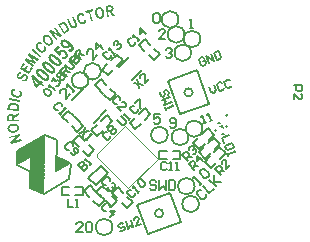
<source format=gto>
%FSLAX24Y24*%
%MOIN*%
G70*
G01*
G75*
G04 Layer_Color=65535*
%ADD10C,0.0500*%
%ADD11C,0.0060*%
G04:AMPARAMS|DCode=12|XSize=19.7mil|YSize=23.6mil|CornerRadius=0mil|HoleSize=0mil|Usage=FLASHONLY|Rotation=225.000|XOffset=0mil|YOffset=0mil|HoleType=Round|Shape=Rectangle|*
%AMROTATEDRECTD12*
4,1,4,-0.0014,0.0153,0.0153,-0.0014,0.0014,-0.0153,-0.0153,0.0014,-0.0014,0.0153,0.0*
%
%ADD12ROTATEDRECTD12*%

G04:AMPARAMS|DCode=13|XSize=21.7mil|YSize=23.6mil|CornerRadius=0mil|HoleSize=0mil|Usage=FLASHONLY|Rotation=135.000|XOffset=0mil|YOffset=0mil|HoleType=Round|Shape=Rectangle|*
%AMROTATEDRECTD13*
4,1,4,0.0160,0.0007,-0.0007,-0.0160,-0.0160,-0.0007,0.0007,0.0160,0.0160,0.0007,0.0*
%
%ADD13ROTATEDRECTD13*%

%ADD14C,0.0394*%
G04:AMPARAMS|DCode=15|XSize=19.7mil|YSize=23.6mil|CornerRadius=0mil|HoleSize=0mil|Usage=FLASHONLY|Rotation=135.000|XOffset=0mil|YOffset=0mil|HoleType=Round|Shape=Rectangle|*
%AMROTATEDRECTD15*
4,1,4,0.0153,0.0014,-0.0014,-0.0153,-0.0153,-0.0014,0.0014,0.0153,0.0153,0.0014,0.0*
%
%ADD15ROTATEDRECTD15*%

%ADD16R,0.0236X0.0197*%
%ADD17C,0.0310*%
G04:AMPARAMS|DCode=18|XSize=39.4mil|YSize=70.9mil|CornerRadius=0mil|HoleSize=0mil|Usage=FLASHONLY|Rotation=45.000|XOffset=0mil|YOffset=0mil|HoleType=Round|Shape=Rectangle|*
%AMROTATEDRECTD18*
4,1,4,0.0111,-0.0390,-0.0390,0.0111,-0.0111,0.0390,0.0390,-0.0111,0.0111,-0.0390,0.0*
%
%ADD18ROTATEDRECTD18*%

G04:AMPARAMS|DCode=19|XSize=47.2mil|YSize=43.3mil|CornerRadius=0mil|HoleSize=0mil|Usage=FLASHONLY|Rotation=45.000|XOffset=0mil|YOffset=0mil|HoleType=Round|Shape=Rectangle|*
%AMROTATEDRECTD19*
4,1,4,-0.0014,-0.0320,-0.0320,-0.0014,0.0014,0.0320,0.0320,0.0014,-0.0014,-0.0320,0.0*
%
%ADD19ROTATEDRECTD19*%

%ADD20C,0.0071*%
%ADD21P,0.0251X4X65.0*%
%ADD22R,0.0256X0.0197*%
%ADD23C,0.0087*%
G04:AMPARAMS|DCode=24|XSize=25.6mil|YSize=27.6mil|CornerRadius=0mil|HoleSize=0mil|Usage=FLASHONLY|Rotation=110.000|XOffset=0mil|YOffset=0mil|HoleType=Round|Shape=Rectangle|*
%AMROTATEDRECTD24*
4,1,4,0.0173,-0.0073,-0.0086,-0.0167,-0.0173,0.0073,0.0086,0.0167,0.0173,-0.0073,0.0*
%
%ADD24ROTATEDRECTD24*%

G04:AMPARAMS|DCode=25|XSize=25.6mil|YSize=27.6mil|CornerRadius=0mil|HoleSize=0mil|Usage=FLASHONLY|Rotation=20.000|XOffset=0mil|YOffset=0mil|HoleType=Round|Shape=Rectangle|*
%AMROTATEDRECTD25*
4,1,4,-0.0073,-0.0173,-0.0167,0.0086,0.0073,0.0173,0.0167,-0.0086,-0.0073,-0.0173,0.0*
%
%ADD25ROTATEDRECTD25*%

%ADD26C,0.0100*%
%ADD27C,0.0150*%
%ADD28C,0.0050*%
%ADD29C,0.0080*%
%ADD30C,0.0090*%
%ADD31C,0.0200*%
%ADD32P,0.0835X4X335.0*%
%ADD33C,0.0591*%
%ADD34C,0.0390*%
%ADD35C,0.0240*%
%ADD36C,0.0100*%
%ADD37P,0.1771X4X290.0*%
%ADD38C,0.0059*%
%ADD39C,0.0079*%
%ADD40C,0.0039*%
%ADD41C,0.0070*%
G36*
X-3443Y738D02*
X-3454Y676D01*
X-3824Y742D01*
X-3813Y803D01*
X-3443Y738D01*
D02*
G37*
G36*
X-3612Y1042D02*
X-3612Y1043D01*
X-3613Y1042D01*
X-3615Y1043D01*
X-3617Y1043D01*
X-3623Y1042D01*
X-3629Y1042D01*
X-3638Y1041D01*
X-3646Y1039D01*
X-3655Y1035D01*
X-3663Y1031D01*
X-3664Y1030D01*
X-3666Y1029D01*
X-3669Y1026D01*
X-3674Y1022D01*
X-3679Y1017D01*
X-3683Y1011D01*
X-3687Y1004D01*
X-3690Y995D01*
X-3690Y995D01*
X-3690Y994D01*
X-3690Y992D01*
X-3690Y990D01*
X-3691Y987D01*
X-3691Y984D01*
X-3691Y976D01*
X-3690Y966D01*
X-3689Y961D01*
X-3687Y956D01*
X-3685Y950D01*
X-3682Y945D01*
X-3679Y939D01*
X-3675Y934D01*
X-3674Y934D01*
X-3674Y933D01*
X-3672Y931D01*
X-3670Y929D01*
X-3667Y927D01*
X-3664Y924D01*
X-3660Y921D01*
X-3655Y918D01*
X-3650Y914D01*
X-3643Y911D01*
X-3636Y907D01*
X-3627Y903D01*
X-3619Y899D01*
X-3609Y895D01*
X-3598Y892D01*
X-3586Y888D01*
X-3585Y888D01*
X-3583Y887D01*
X-3580Y886D01*
X-3575Y885D01*
X-3569Y884D01*
X-3562Y883D01*
X-3555Y882D01*
X-3547Y880D01*
X-3530Y878D01*
X-3513Y878D01*
X-3505Y878D01*
X-3497Y879D01*
X-3489Y880D01*
X-3483Y882D01*
X-3482Y882D01*
X-3481Y883D01*
X-3479Y883D01*
X-3477Y885D01*
X-3471Y888D01*
X-3465Y892D01*
X-3457Y899D01*
X-3450Y906D01*
X-3447Y911D01*
X-3444Y916D01*
X-3442Y921D01*
X-3440Y927D01*
X-3440Y927D01*
X-3439Y928D01*
X-3439Y931D01*
X-3438Y935D01*
X-3438Y942D01*
X-3439Y948D01*
X-3440Y957D01*
X-3443Y965D01*
X-3447Y973D01*
X-3448Y974D01*
X-3450Y977D01*
X-3453Y981D01*
X-3458Y986D01*
X-3466Y993D01*
X-3470Y996D01*
X-3475Y1000D01*
X-3480Y1003D01*
X-3486Y1007D01*
X-3492Y1010D01*
X-3499Y1014D01*
X-3460Y1066D01*
X-3460Y1066D01*
X-3458Y1065D01*
X-3455Y1063D01*
X-3451Y1060D01*
X-3447Y1058D01*
X-3441Y1054D01*
X-3436Y1051D01*
X-3430Y1046D01*
X-3417Y1036D01*
X-3404Y1024D01*
X-3398Y1017D01*
X-3393Y1011D01*
X-3388Y1004D01*
X-3384Y996D01*
X-3383Y996D01*
X-3383Y995D01*
X-3382Y992D01*
X-3381Y989D01*
X-3380Y986D01*
X-3379Y982D01*
X-3377Y977D01*
X-3376Y971D01*
X-3375Y965D01*
X-3373Y958D01*
X-3373Y951D01*
X-3372Y944D01*
X-3372Y936D01*
X-3374Y928D01*
X-3375Y920D01*
X-3377Y911D01*
X-3377Y911D01*
X-3377Y909D01*
X-3379Y905D01*
X-3380Y902D01*
X-3382Y897D01*
X-3385Y892D01*
X-3388Y886D01*
X-3391Y879D01*
X-3395Y872D01*
X-3400Y866D01*
X-3406Y859D01*
X-3413Y852D01*
X-3420Y846D01*
X-3428Y839D01*
X-3437Y834D01*
X-3446Y829D01*
X-3447Y829D01*
X-3449Y828D01*
X-3453Y826D01*
X-3458Y825D01*
X-3464Y823D01*
X-3471Y822D01*
X-3479Y820D01*
X-3489Y818D01*
X-3499Y817D01*
X-3511Y816D01*
X-3523Y815D01*
X-3537Y815D01*
X-3551Y817D01*
X-3566Y818D01*
X-3581Y821D01*
X-3598Y825D01*
X-3598Y825D01*
X-3598Y825D01*
X-3600Y826D01*
X-3601Y826D01*
X-3606Y828D01*
X-3613Y830D01*
X-3620Y833D01*
X-3629Y836D01*
X-3639Y840D01*
X-3649Y844D01*
X-3660Y849D01*
X-3671Y855D01*
X-3682Y862D01*
X-3693Y869D01*
X-3704Y877D01*
X-3714Y886D01*
X-3724Y895D01*
X-3732Y905D01*
X-3732Y906D01*
X-3733Y908D01*
X-3735Y910D01*
X-3737Y914D01*
X-3740Y919D01*
X-3742Y924D01*
X-3745Y931D01*
X-3748Y938D01*
X-3750Y945D01*
X-3752Y954D01*
X-3754Y963D01*
X-3755Y973D01*
X-3756Y983D01*
X-3755Y993D01*
X-3754Y1004D01*
X-3751Y1016D01*
X-3751Y1016D01*
X-3751Y1018D01*
X-3750Y1021D01*
X-3749Y1024D01*
X-3747Y1028D01*
X-3745Y1033D01*
X-3742Y1038D01*
X-3739Y1044D01*
X-3736Y1050D01*
X-3732Y1056D01*
X-3727Y1062D01*
X-3722Y1068D01*
X-3716Y1075D01*
X-3709Y1080D01*
X-3703Y1086D01*
X-3695Y1091D01*
X-3694Y1091D01*
X-3693Y1091D01*
X-3692Y1092D01*
X-3689Y1093D01*
X-3686Y1094D01*
X-3682Y1096D01*
X-3678Y1097D01*
X-3673Y1099D01*
X-3667Y1100D01*
X-3661Y1102D01*
X-3654Y1103D01*
X-3647Y1105D01*
X-3639Y1105D01*
X-3631Y1106D01*
X-3623Y1106D01*
X-3613Y1107D01*
X-3612Y1042D01*
D02*
G37*
G36*
X-3446Y1655D02*
X-3439Y1654D01*
X-3431Y1654D01*
X-3423Y1652D01*
X-3414Y1650D01*
X-3405Y1648D01*
X-3396Y1644D01*
X-3419Y1586D01*
X-3420Y1586D01*
X-3421Y1586D01*
X-3422Y1586D01*
X-3424Y1587D01*
X-3429Y1588D01*
X-3436Y1589D01*
X-3443Y1590D01*
X-3451Y1590D01*
X-3458Y1589D01*
X-3465Y1587D01*
X-3466Y1587D01*
X-3468Y1586D01*
X-3471Y1584D01*
X-3475Y1581D01*
X-3479Y1576D01*
X-3483Y1571D01*
X-3488Y1565D01*
X-3492Y1557D01*
X-3492Y1557D01*
X-3492Y1556D01*
X-3494Y1554D01*
X-3495Y1549D01*
X-3497Y1544D01*
X-3498Y1538D01*
X-3499Y1531D01*
X-3500Y1524D01*
X-3499Y1518D01*
X-3499Y1517D01*
X-3498Y1515D01*
X-3497Y1512D01*
X-3495Y1509D01*
X-3493Y1505D01*
X-3490Y1501D01*
X-3485Y1497D01*
X-3480Y1495D01*
X-3480Y1494D01*
X-3478Y1493D01*
X-3475Y1493D01*
X-3472Y1492D01*
X-3467Y1492D01*
X-3463Y1492D01*
X-3458Y1493D01*
X-3452Y1495D01*
X-3452Y1495D01*
X-3449Y1496D01*
X-3446Y1498D01*
X-3444Y1500D01*
X-3441Y1502D01*
X-3438Y1505D01*
X-3435Y1507D01*
X-3431Y1511D01*
X-3427Y1515D01*
X-3423Y1519D01*
X-3418Y1524D01*
X-3413Y1530D01*
X-3407Y1536D01*
X-3407Y1536D01*
X-3406Y1537D01*
X-3404Y1539D01*
X-3402Y1542D01*
X-3399Y1545D01*
X-3396Y1548D01*
X-3388Y1556D01*
X-3380Y1564D01*
X-3371Y1572D01*
X-3362Y1579D01*
X-3357Y1583D01*
X-3353Y1585D01*
X-3352Y1586D01*
X-3349Y1587D01*
X-3344Y1589D01*
X-3338Y1591D01*
X-3331Y1594D01*
X-3322Y1596D01*
X-3313Y1597D01*
X-3304Y1598D01*
X-3303Y1597D01*
X-3303Y1598D01*
X-3301Y1597D01*
X-3299Y1598D01*
X-3294Y1597D01*
X-3287Y1596D01*
X-3279Y1595D01*
X-3269Y1592D01*
X-3258Y1588D01*
X-3247Y1584D01*
X-3247Y1584D01*
X-3246Y1583D01*
X-3243Y1582D01*
X-3240Y1580D01*
X-3236Y1578D01*
X-3232Y1575D01*
X-3228Y1572D01*
X-3223Y1568D01*
X-3213Y1560D01*
X-3208Y1554D01*
X-3203Y1549D01*
X-3198Y1542D01*
X-3193Y1536D01*
X-3189Y1529D01*
X-3185Y1521D01*
X-3185Y1521D01*
X-3185Y1519D01*
X-3184Y1517D01*
X-3183Y1514D01*
X-3183Y1510D01*
X-3181Y1505D01*
X-3181Y1500D01*
X-3180Y1494D01*
X-3180Y1487D01*
X-3180Y1479D01*
X-3181Y1471D01*
X-3182Y1462D01*
X-3184Y1453D01*
X-3187Y1443D01*
X-3191Y1433D01*
X-3195Y1422D01*
X-3196Y1422D01*
X-3196Y1421D01*
X-3197Y1419D01*
X-3198Y1418D01*
X-3199Y1416D01*
X-3201Y1413D01*
X-3205Y1407D01*
X-3210Y1400D01*
X-3217Y1392D01*
X-3225Y1384D01*
X-3234Y1376D01*
X-3245Y1369D01*
X-3258Y1363D01*
X-3265Y1360D01*
X-3272Y1357D01*
X-3279Y1355D01*
X-3287Y1354D01*
X-3295Y1353D01*
X-3304Y1352D01*
X-3313Y1353D01*
X-3323Y1353D01*
X-3333Y1354D01*
X-3343Y1357D01*
X-3354Y1359D01*
X-3365Y1363D01*
X-3346Y1421D01*
X-3345Y1420D01*
X-3343Y1420D01*
X-3340Y1419D01*
X-3335Y1418D01*
X-3329Y1417D01*
X-3323Y1416D01*
X-3316Y1416D01*
X-3308Y1416D01*
X-3301Y1417D01*
X-3293Y1419D01*
X-3285Y1421D01*
X-3277Y1425D01*
X-3270Y1429D01*
X-3263Y1435D01*
X-3258Y1442D01*
X-3252Y1451D01*
X-3252Y1452D01*
X-3252Y1452D01*
X-3251Y1453D01*
X-3251Y1455D01*
X-3249Y1460D01*
X-3248Y1466D01*
X-3246Y1473D01*
X-3245Y1481D01*
X-3245Y1489D01*
X-3247Y1497D01*
X-3247Y1498D01*
X-3248Y1500D01*
X-3250Y1504D01*
X-3252Y1509D01*
X-3256Y1514D01*
X-3261Y1519D01*
X-3266Y1524D01*
X-3273Y1527D01*
X-3274Y1528D01*
X-3275Y1528D01*
X-3277Y1529D01*
X-3280Y1530D01*
X-3288Y1532D01*
X-3292Y1532D01*
X-3296Y1531D01*
X-3296Y1532D01*
X-3297Y1531D01*
X-3299Y1530D01*
X-3302Y1530D01*
X-3305Y1529D01*
X-3309Y1527D01*
X-3312Y1525D01*
X-3316Y1522D01*
X-3317Y1522D01*
X-3318Y1520D01*
X-3321Y1518D01*
X-3323Y1516D01*
X-3325Y1514D01*
X-3327Y1511D01*
X-3331Y1508D01*
X-3334Y1505D01*
X-3338Y1501D01*
X-3342Y1496D01*
X-3347Y1491D01*
X-3352Y1486D01*
X-3357Y1480D01*
X-3357Y1479D01*
X-3358Y1478D01*
X-3360Y1476D01*
X-3362Y1474D01*
X-3364Y1472D01*
X-3367Y1469D01*
X-3374Y1463D01*
X-3381Y1456D01*
X-3389Y1449D01*
X-3397Y1443D01*
X-3405Y1438D01*
X-3406Y1437D01*
X-3409Y1436D01*
X-3414Y1435D01*
X-3419Y1433D01*
X-3426Y1430D01*
X-3433Y1429D01*
X-3442Y1428D01*
X-3451Y1427D01*
X-3452Y1427D01*
X-3452Y1427D01*
X-3456Y1427D01*
X-3461Y1427D01*
X-3467Y1429D01*
X-3474Y1430D01*
X-3483Y1432D01*
X-3492Y1435D01*
X-3501Y1438D01*
X-3501Y1438D01*
X-3502Y1439D01*
X-3503Y1440D01*
X-3505Y1440D01*
X-3508Y1442D01*
X-3510Y1443D01*
X-3517Y1447D01*
X-3524Y1453D01*
X-3531Y1459D01*
X-3539Y1466D01*
X-3545Y1474D01*
X-3546Y1474D01*
X-3546Y1475D01*
X-3548Y1478D01*
X-3551Y1483D01*
X-3554Y1489D01*
X-3557Y1496D01*
X-3559Y1505D01*
X-3562Y1515D01*
X-3562Y1524D01*
X-3562Y1525D01*
X-3563Y1526D01*
X-3562Y1527D01*
X-3562Y1529D01*
X-3562Y1532D01*
X-3562Y1535D01*
X-3561Y1543D01*
X-3560Y1552D01*
X-3557Y1562D01*
X-3554Y1573D01*
X-3548Y1585D01*
X-3548Y1586D01*
X-3547Y1588D01*
X-3546Y1590D01*
X-3544Y1593D01*
X-3542Y1597D01*
X-3539Y1602D01*
X-3536Y1606D01*
X-3532Y1612D01*
X-3523Y1623D01*
X-3518Y1628D01*
X-3512Y1633D01*
X-3506Y1638D01*
X-3500Y1643D01*
X-3493Y1646D01*
X-3486Y1650D01*
X-3485Y1650D01*
X-3484Y1651D01*
X-3482Y1651D01*
X-3479Y1652D01*
X-3475Y1653D01*
X-3471Y1654D01*
X-3466Y1654D01*
X-3460Y1655D01*
X-3454Y1655D01*
X-3446Y1655D01*
D02*
G37*
G36*
X-3677Y631D02*
X-3668Y631D01*
X-3649Y629D01*
X-3648Y629D01*
X-3647Y629D01*
X-3644Y629D01*
X-3641Y629D01*
X-3637Y628D01*
X-3632Y627D01*
X-3626Y626D01*
X-3620Y625D01*
X-3607Y623D01*
X-3593Y619D01*
X-3579Y616D01*
X-3565Y611D01*
X-3565Y610D01*
X-3564Y610D01*
X-3562Y609D01*
X-3559Y608D01*
X-3557Y607D01*
X-3553Y605D01*
X-3546Y601D01*
X-3537Y597D01*
X-3528Y591D01*
X-3519Y584D01*
X-3511Y578D01*
X-3510Y577D01*
X-3508Y574D01*
X-3505Y571D01*
X-3500Y566D01*
X-3495Y559D01*
X-3491Y552D01*
X-3487Y543D01*
X-3483Y535D01*
X-3483Y534D01*
X-3483Y534D01*
X-3482Y532D01*
X-3482Y530D01*
X-3481Y528D01*
X-3480Y525D01*
X-3480Y518D01*
X-3478Y509D01*
X-3477Y498D01*
X-3477Y486D01*
X-3478Y472D01*
X-3488Y356D01*
X-3863Y389D01*
X-3853Y502D01*
X-3853Y502D01*
X-3853Y504D01*
X-3853Y506D01*
X-3852Y509D01*
X-3851Y512D01*
X-3851Y517D01*
X-3850Y526D01*
X-3847Y536D01*
X-3845Y547D01*
X-3841Y557D01*
X-3837Y566D01*
X-3837Y566D01*
X-3837Y567D01*
X-3835Y569D01*
X-3833Y573D01*
X-3829Y578D01*
X-3824Y584D01*
X-3817Y590D01*
X-3810Y597D01*
X-3801Y603D01*
X-3800Y604D01*
X-3799Y605D01*
X-3797Y606D01*
X-3792Y609D01*
X-3784Y612D01*
X-3776Y616D01*
X-3765Y620D01*
X-3753Y624D01*
X-3740Y627D01*
X-3740Y627D01*
X-3738Y627D01*
X-3736Y628D01*
X-3733Y628D01*
X-3730Y628D01*
X-3725Y629D01*
X-3720Y630D01*
X-3715Y630D01*
X-3709Y630D01*
X-3702Y630D01*
X-3694Y631D01*
X-3686Y631D01*
X-3677Y631D01*
D02*
G37*
G36*
X-1403Y3633D02*
X-1395Y3632D01*
X-1387Y3631D01*
X-1379Y3628D01*
X-1370Y3626D01*
X-1362Y3622D01*
X-1361Y3622D01*
X-1360Y3622D01*
X-1358Y3621D01*
X-1356Y3619D01*
X-1353Y3617D01*
X-1350Y3615D01*
X-1346Y3612D01*
X-1342Y3609D01*
X-1338Y3605D01*
X-1333Y3601D01*
X-1328Y3597D01*
X-1323Y3592D01*
X-1318Y3586D01*
X-1313Y3580D01*
X-1307Y3572D01*
X-1302Y3565D01*
X-1354Y3527D01*
X-1354Y3527D01*
X-1355Y3528D01*
X-1355Y3530D01*
X-1356Y3531D01*
X-1360Y3536D01*
X-1364Y3541D01*
X-1370Y3547D01*
X-1376Y3553D01*
X-1384Y3558D01*
X-1392Y3562D01*
X-1393Y3562D01*
X-1396Y3564D01*
X-1400Y3565D01*
X-1406Y3566D01*
X-1413Y3567D01*
X-1420Y3567D01*
X-1428Y3566D01*
X-1437Y3564D01*
X-1437Y3563D01*
X-1438Y3563D01*
X-1440Y3562D01*
X-1442Y3561D01*
X-1444Y3560D01*
X-1447Y3558D01*
X-1454Y3554D01*
X-1461Y3547D01*
X-1464Y3543D01*
X-1468Y3539D01*
X-1471Y3534D01*
X-1474Y3529D01*
X-1477Y3523D01*
X-1479Y3516D01*
X-1478Y3516D01*
X-1479Y3515D01*
X-1479Y3513D01*
X-1480Y3510D01*
X-1480Y3506D01*
X-1481Y3502D01*
X-1480Y3497D01*
X-1480Y3491D01*
X-1480Y3484D01*
X-1479Y3477D01*
X-1479Y3469D01*
X-1477Y3460D01*
X-1475Y3450D01*
X-1472Y3440D01*
X-1469Y3429D01*
X-1465Y3417D01*
X-1465Y3416D01*
X-1464Y3414D01*
X-1463Y3411D01*
X-1461Y3406D01*
X-1459Y3401D01*
X-1456Y3395D01*
X-1453Y3388D01*
X-1450Y3381D01*
X-1441Y3366D01*
X-1432Y3352D01*
X-1427Y3345D01*
X-1422Y3339D01*
X-1416Y3334D01*
X-1411Y3329D01*
X-1410Y3329D01*
X-1409Y3328D01*
X-1408Y3327D01*
X-1406Y3326D01*
X-1400Y3323D01*
X-1392Y3320D01*
X-1383Y3318D01*
X-1372Y3316D01*
X-1367Y3317D01*
X-1361Y3317D01*
X-1355Y3318D01*
X-1349Y3320D01*
X-1349Y3320D01*
X-1348Y3320D01*
X-1346Y3322D01*
X-1342Y3324D01*
X-1337Y3327D01*
X-1331Y3331D01*
X-1325Y3337D01*
X-1320Y3344D01*
X-1316Y3352D01*
X-1315Y3353D01*
X-1314Y3356D01*
X-1313Y3362D01*
X-1312Y3369D01*
X-1310Y3379D01*
X-1310Y3384D01*
X-1310Y3390D01*
X-1310Y3396D01*
X-1311Y3403D01*
X-1311Y3410D01*
X-1312Y3418D01*
X-1247Y3417D01*
X-1247Y3416D01*
X-1247Y3414D01*
X-1247Y3410D01*
X-1247Y3406D01*
X-1246Y3400D01*
X-1246Y3394D01*
X-1246Y3387D01*
X-1246Y3380D01*
X-1247Y3363D01*
X-1249Y3346D01*
X-1252Y3338D01*
X-1254Y3329D01*
X-1257Y3321D01*
X-1261Y3314D01*
X-1261Y3313D01*
X-1262Y3312D01*
X-1263Y3310D01*
X-1265Y3308D01*
X-1267Y3305D01*
X-1270Y3301D01*
X-1272Y3297D01*
X-1276Y3293D01*
X-1281Y3288D01*
X-1286Y3283D01*
X-1291Y3279D01*
X-1297Y3275D01*
X-1303Y3270D01*
X-1310Y3266D01*
X-1318Y3263D01*
X-1326Y3259D01*
X-1327Y3259D01*
X-1329Y3258D01*
X-1332Y3257D01*
X-1336Y3256D01*
X-1341Y3255D01*
X-1347Y3254D01*
X-1353Y3253D01*
X-1361Y3253D01*
X-1369Y3252D01*
X-1377Y3252D01*
X-1386Y3253D01*
X-1395Y3255D01*
X-1405Y3257D01*
X-1414Y3260D01*
X-1424Y3264D01*
X-1434Y3269D01*
X-1434Y3269D01*
X-1436Y3271D01*
X-1439Y3273D01*
X-1443Y3276D01*
X-1448Y3280D01*
X-1454Y3285D01*
X-1460Y3291D01*
X-1467Y3298D01*
X-1474Y3305D01*
X-1482Y3314D01*
X-1489Y3324D01*
X-1497Y3335D01*
X-1504Y3348D01*
X-1511Y3361D01*
X-1517Y3375D01*
X-1524Y3390D01*
X-1524Y3391D01*
X-1524Y3391D01*
X-1524Y3393D01*
X-1525Y3394D01*
X-1526Y3399D01*
X-1529Y3406D01*
X-1530Y3414D01*
X-1533Y3423D01*
X-1535Y3433D01*
X-1537Y3444D01*
X-1539Y3456D01*
X-1541Y3468D01*
X-1542Y3481D01*
X-1542Y3494D01*
X-1542Y3508D01*
X-1540Y3521D01*
X-1538Y3534D01*
X-1535Y3547D01*
X-1534Y3547D01*
X-1533Y3549D01*
X-1532Y3552D01*
X-1531Y3556D01*
X-1528Y3561D01*
X-1525Y3566D01*
X-1522Y3572D01*
X-1518Y3578D01*
X-1512Y3585D01*
X-1507Y3591D01*
X-1500Y3598D01*
X-1493Y3604D01*
X-1485Y3610D01*
X-1476Y3616D01*
X-1466Y3622D01*
X-1456Y3626D01*
X-1455Y3626D01*
X-1453Y3627D01*
X-1451Y3628D01*
X-1447Y3628D01*
X-1443Y3629D01*
X-1437Y3630D01*
X-1432Y3631D01*
X-1425Y3632D01*
X-1419Y3632D01*
X-1411Y3633D01*
X-1403Y3633D01*
D02*
G37*
G36*
X-3490Y222D02*
X-3572Y177D01*
X-3572Y177D01*
X-3574Y176D01*
X-3576Y175D01*
X-3579Y173D01*
X-3582Y171D01*
X-3586Y169D01*
X-3595Y164D01*
X-3605Y159D01*
X-3614Y153D01*
X-3618Y151D01*
X-3622Y148D01*
X-3625Y146D01*
X-3627Y144D01*
X-3628Y144D01*
X-3629Y143D01*
X-3631Y141D01*
X-3634Y139D01*
X-3639Y133D01*
X-3641Y129D01*
X-3643Y126D01*
Y125D01*
X-3643Y124D01*
X-3644Y122D01*
X-3645Y118D01*
X-3646Y114D01*
X-3647Y109D01*
X-3647Y102D01*
Y95D01*
Y82D01*
X-3490D01*
Y20D01*
X-3866D01*
Y151D01*
Y152D01*
Y153D01*
Y156D01*
Y159D01*
X-3866Y164D01*
Y168D01*
X-3865Y179D01*
X-3864Y191D01*
X-3862Y203D01*
X-3859Y214D01*
X-3858Y218D01*
X-3856Y223D01*
Y223D01*
X-3855Y224D01*
X-3854Y226D01*
X-3851Y230D01*
X-3848Y235D01*
X-3843Y241D01*
X-3837Y247D01*
X-3829Y253D01*
X-3821Y258D01*
X-3820D01*
X-3820Y259D01*
X-3818Y260D01*
X-3816Y260D01*
X-3811Y263D01*
X-3804Y265D01*
X-3795Y268D01*
X-3785Y270D01*
X-3773Y272D01*
X-3761Y272D01*
X-3757D01*
X-3753Y272D01*
X-3750D01*
X-3745Y271D01*
X-3735Y270D01*
X-3724Y267D01*
X-3712Y263D01*
X-3701Y258D01*
X-3695Y255D01*
X-3690Y251D01*
X-3689D01*
X-3689Y250D01*
X-3685Y247D01*
X-3681Y242D01*
X-3675Y235D01*
X-3670Y227D01*
X-3664Y217D01*
X-3659Y205D01*
X-3656Y191D01*
X-3655Y192D01*
X-3653Y194D01*
X-3650Y198D01*
X-3647Y202D01*
X-3642Y208D01*
X-3637Y213D01*
X-3631Y219D01*
X-3624Y224D01*
X-3623Y224D01*
X-3621Y226D01*
X-3617Y229D01*
X-3614Y231D01*
X-3610Y233D01*
X-3606Y235D01*
X-3602Y238D01*
X-3597Y241D01*
X-3591Y244D01*
X-3585Y248D01*
X-3579Y251D01*
X-3571Y255D01*
X-3563Y259D01*
X-3490Y297D01*
Y222D01*
D02*
G37*
G36*
X-1582Y3360D02*
X-1582Y3359D01*
X-1581Y3357D01*
X-1579Y3354D01*
X-1577Y3349D01*
X-1574Y3343D01*
X-1572Y3337D01*
X-1568Y3329D01*
X-1565Y3321D01*
X-1559Y3305D01*
X-1552Y3288D01*
X-1549Y3279D01*
X-1547Y3271D01*
X-1545Y3264D01*
X-1544Y3257D01*
X-1543Y3257D01*
X-1543Y3255D01*
X-1543Y3254D01*
X-1543Y3251D01*
X-1542Y3248D01*
X-1542Y3245D01*
X-1542Y3236D01*
X-1543Y3226D01*
X-1545Y3215D01*
X-1548Y3204D01*
X-1554Y3192D01*
X-1554Y3192D01*
X-1555Y3191D01*
X-1555Y3189D01*
X-1557Y3187D01*
X-1559Y3185D01*
X-1561Y3181D01*
X-1564Y3178D01*
X-1568Y3175D01*
X-1571Y3171D01*
X-1575Y3167D01*
X-1581Y3163D01*
X-1586Y3158D01*
X-1598Y3150D01*
X-1613Y3142D01*
X-1613Y3142D01*
X-1615Y3141D01*
X-1617Y3140D01*
X-1620Y3139D01*
X-1624Y3137D01*
X-1628Y3136D01*
X-1634Y3134D01*
X-1639Y3132D01*
X-1650Y3129D01*
X-1663Y3126D01*
X-1676Y3125D01*
X-1689Y3125D01*
X-1689Y3125D01*
X-1690Y3126D01*
X-1692Y3126D01*
X-1694Y3126D01*
X-1700Y3128D01*
X-1707Y3130D01*
X-1716Y3134D01*
X-1726Y3139D01*
X-1735Y3145D01*
X-1744Y3153D01*
X-1745Y3153D01*
X-1745Y3154D01*
X-1747Y3156D01*
X-1749Y3158D01*
X-1751Y3161D01*
X-1754Y3164D01*
X-1757Y3169D01*
X-1761Y3174D01*
X-1765Y3180D01*
X-1769Y3188D01*
X-1774Y3196D01*
X-1780Y3205D01*
X-1786Y3215D01*
X-1792Y3227D01*
X-1798Y3239D01*
X-1804Y3253D01*
X-1889Y3435D01*
X-1833Y3461D01*
X-1747Y3276D01*
X-1747Y3276D01*
X-1746Y3275D01*
X-1745Y3272D01*
X-1744Y3270D01*
X-1742Y3266D01*
X-1740Y3262D01*
X-1736Y3254D01*
X-1731Y3244D01*
X-1726Y3235D01*
X-1725Y3231D01*
X-1722Y3227D01*
X-1721Y3224D01*
X-1719Y3222D01*
X-1719Y3221D01*
X-1719Y3221D01*
X-1716Y3218D01*
X-1714Y3215D01*
X-1709Y3211D01*
X-1704Y3206D01*
X-1699Y3201D01*
X-1692Y3198D01*
X-1685Y3195D01*
X-1684Y3195D01*
X-1682Y3194D01*
X-1677Y3194D01*
X-1672Y3194D01*
X-1666Y3194D01*
X-1658Y3195D01*
X-1650Y3197D01*
X-1642Y3200D01*
X-1641Y3200D01*
X-1641Y3201D01*
X-1639Y3202D01*
X-1635Y3204D01*
X-1631Y3206D01*
X-1626Y3210D01*
X-1621Y3214D01*
X-1617Y3219D01*
X-1614Y3224D01*
X-1613Y3225D01*
X-1613Y3227D01*
X-1611Y3229D01*
X-1610Y3233D01*
X-1609Y3238D01*
X-1608Y3243D01*
X-1607Y3249D01*
X-1608Y3256D01*
X-1608Y3257D01*
X-1608Y3258D01*
X-1609Y3259D01*
X-1609Y3261D01*
X-1610Y3264D01*
X-1611Y3267D01*
X-1612Y3271D01*
X-1613Y3275D01*
X-1615Y3280D01*
X-1618Y3286D01*
X-1620Y3292D01*
X-1623Y3299D01*
X-1626Y3307D01*
X-1630Y3316D01*
X-1634Y3325D01*
X-1722Y3513D01*
X-1666Y3539D01*
X-1582Y3360D01*
D02*
G37*
G36*
X-2007Y3334D02*
X-2000Y3333D01*
X-1991Y3332D01*
X-1981Y3330D01*
X-1971Y3326D01*
X-1970Y3326D01*
X-1968Y3325D01*
X-1967Y3324D01*
X-1961Y3322D01*
X-1954Y3318D01*
X-1946Y3312D01*
X-1937Y3306D01*
X-1927Y3299D01*
X-1917Y3290D01*
X-1916Y3289D01*
X-1916Y3288D01*
X-1914Y3287D01*
X-1912Y3285D01*
X-1910Y3282D01*
X-1906Y3279D01*
X-1903Y3275D01*
X-1899Y3271D01*
X-1896Y3266D01*
X-1892Y3260D01*
X-1887Y3254D01*
X-1882Y3248D01*
X-1877Y3241D01*
X-1873Y3233D01*
X-1862Y3216D01*
X-1862Y3216D01*
X-1861Y3215D01*
X-1860Y3212D01*
X-1858Y3209D01*
X-1857Y3205D01*
X-1854Y3201D01*
X-1852Y3196D01*
X-1849Y3191D01*
X-1844Y3178D01*
X-1838Y3165D01*
X-1833Y3151D01*
X-1830Y3137D01*
X-1830Y3137D01*
X-1830Y3135D01*
X-1829Y3134D01*
X-1829Y3131D01*
X-1828Y3128D01*
X-1827Y3124D01*
X-1826Y3116D01*
X-1825Y3106D01*
X-1825Y3095D01*
X-1825Y3084D01*
X-1826Y3074D01*
X-1825Y3073D01*
X-1826Y3069D01*
X-1828Y3064D01*
X-1829Y3058D01*
X-1832Y3050D01*
X-1835Y3043D01*
X-1840Y3034D01*
X-1845Y3026D01*
X-1845Y3026D01*
X-1846Y3025D01*
X-1847Y3024D01*
X-1848Y3023D01*
X-1849Y3021D01*
X-1851Y3018D01*
X-1857Y3014D01*
X-1863Y3007D01*
X-1872Y3000D01*
X-1881Y2993D01*
X-1893Y2986D01*
X-1994Y2928D01*
X-2182Y3254D01*
X-2084Y3310D01*
X-2084Y3310D01*
X-2082Y3311D01*
X-2080Y3312D01*
X-2078Y3314D01*
X-2075Y3315D01*
X-2071Y3317D01*
X-2062Y3322D01*
X-2052Y3326D01*
X-2043Y3329D01*
X-2032Y3333D01*
X-2023Y3334D01*
X-2022Y3334D01*
X-2022Y3334D01*
X-2019Y3334D01*
X-2014Y3335D01*
X-2007Y3334D01*
D02*
G37*
G36*
X-2542Y2910D02*
X-2530Y2908D01*
X-2530Y2908D01*
X-2527Y2908D01*
X-2524Y2907D01*
X-2519Y2905D01*
X-2513Y2904D01*
X-2506Y2901D01*
X-2499Y2897D01*
X-2490Y2893D01*
X-2481Y2889D01*
X-2472Y2883D01*
X-2461Y2876D01*
X-2450Y2868D01*
X-2440Y2860D01*
X-2429Y2849D01*
X-2417Y2838D01*
X-2406Y2825D01*
X-2405Y2825D01*
X-2405Y2825D01*
X-2404Y2823D01*
X-2403Y2822D01*
X-2400Y2818D01*
X-2396Y2813D01*
X-2392Y2806D01*
X-2387Y2799D01*
X-2381Y2790D01*
X-2375Y2780D01*
X-2370Y2770D01*
X-2364Y2759D01*
X-2359Y2747D01*
X-2354Y2735D01*
X-2351Y2722D01*
X-2347Y2709D01*
X-2345Y2697D01*
X-2345Y2683D01*
X-2345Y2683D01*
X-2345Y2681D01*
X-2345Y2677D01*
X-2346Y2673D01*
X-2346Y2668D01*
X-2347Y2662D01*
X-2349Y2655D01*
X-2351Y2648D01*
X-2354Y2640D01*
X-2357Y2632D01*
X-2361Y2623D01*
X-2366Y2615D01*
X-2372Y2606D01*
X-2379Y2597D01*
X-2386Y2588D01*
X-2395Y2580D01*
X-2396Y2580D01*
X-2398Y2578D01*
X-2401Y2576D01*
X-2404Y2574D01*
X-2409Y2571D01*
X-2415Y2567D01*
X-2421Y2564D01*
X-2429Y2560D01*
X-2436Y2556D01*
X-2445Y2553D01*
X-2454Y2551D01*
X-2464Y2548D01*
X-2474Y2547D01*
X-2484Y2546D01*
X-2495Y2546D01*
X-2506Y2548D01*
X-2506Y2548D01*
X-2509Y2548D01*
X-2512Y2549D01*
X-2517Y2551D01*
X-2523Y2553D01*
X-2531Y2556D01*
X-2538Y2559D01*
X-2547Y2563D01*
X-2556Y2568D01*
X-2567Y2574D01*
X-2577Y2580D01*
X-2588Y2588D01*
X-2599Y2597D01*
X-2611Y2607D01*
X-2622Y2619D01*
X-2633Y2631D01*
X-2634Y2632D01*
X-2635Y2634D01*
X-2637Y2636D01*
X-2640Y2640D01*
X-2644Y2645D01*
X-2648Y2650D01*
X-2652Y2656D01*
X-2656Y2663D01*
X-2661Y2670D01*
X-2666Y2678D01*
X-2675Y2694D01*
X-2683Y2711D01*
X-2687Y2720D01*
X-2689Y2728D01*
X-2690Y2729D01*
X-2690Y2731D01*
X-2690Y2733D01*
X-2691Y2736D01*
X-2692Y2740D01*
X-2693Y2745D01*
X-2694Y2756D01*
X-2695Y2769D01*
X-2696Y2783D01*
X-2694Y2797D01*
X-2693Y2804D01*
X-2691Y2812D01*
X-2691Y2812D01*
X-2691Y2813D01*
X-2690Y2815D01*
X-2689Y2818D01*
X-2688Y2821D01*
X-2686Y2825D01*
X-2684Y2829D01*
X-2682Y2834D01*
X-2679Y2839D01*
X-2675Y2844D01*
X-2667Y2855D01*
X-2657Y2867D01*
X-2652Y2873D01*
X-2645Y2878D01*
X-2645Y2879D01*
X-2643Y2880D01*
X-2640Y2882D01*
X-2636Y2885D01*
X-2632Y2888D01*
X-2626Y2891D01*
X-2619Y2894D01*
X-2612Y2898D01*
X-2604Y2901D01*
X-2595Y2904D01*
X-2586Y2907D01*
X-2576Y2909D01*
X-2565Y2910D01*
X-2554Y2911D01*
X-2542Y2910D01*
D02*
G37*
G36*
X-2059Y2869D02*
X-2111Y2833D01*
X-2353Y2962D01*
X-2212Y2762D01*
X-2260Y2728D01*
X-2475Y3036D01*
X-2426Y3071D01*
X-2178Y2937D01*
X-2322Y3143D01*
X-2275Y3177D01*
X-2059Y2869D01*
D02*
G37*
G36*
X-2791Y2666D02*
X-2787Y2666D01*
X-2783Y2665D01*
X-2779Y2664D01*
X-2774Y2663D01*
X-2768Y2661D01*
X-2762Y2660D01*
X-2756Y2657D01*
X-2749Y2655D01*
X-2742Y2652D01*
X-2734Y2649D01*
X-2726Y2644D01*
X-2718Y2640D01*
X-2749Y2584D01*
X-2749Y2584D01*
X-2751Y2584D01*
X-2752Y2585D01*
X-2753Y2586D01*
X-2759Y2589D01*
X-2765Y2592D01*
X-2772Y2595D01*
X-2781Y2598D01*
X-2790Y2599D01*
X-2799Y2599D01*
X-2800Y2599D01*
X-2803D01*
X-2807Y2598D01*
X-2813Y2597D01*
X-2820Y2595D01*
X-2827Y2592D01*
X-2834Y2587D01*
X-2840Y2582D01*
X-2840Y2581D01*
X-2841Y2581D01*
X-2842Y2579D01*
X-2844Y2577D01*
X-2845Y2575D01*
X-2847Y2572D01*
X-2851Y2565D01*
X-2855Y2556D01*
X-2857Y2552D01*
X-2858Y2546D01*
X-2859Y2540D01*
X-2859Y2534D01*
Y2528D01*
X-2858Y2521D01*
X-2858Y2521D01*
Y2520D01*
X-2857Y2518D01*
X-2857Y2515D01*
X-2855Y2511D01*
X-2854Y2507D01*
X-2852Y2503D01*
X-2849Y2497D01*
X-2846Y2492D01*
X-2842Y2485D01*
X-2838Y2478D01*
X-2833Y2470D01*
X-2827Y2463D01*
X-2820Y2454D01*
X-2812Y2446D01*
X-2804Y2437D01*
X-2803Y2436D01*
X-2802Y2435D01*
X-2799Y2432D01*
X-2795Y2429D01*
X-2791Y2425D01*
X-2786Y2421D01*
X-2780Y2416D01*
X-2775Y2411D01*
X-2761Y2401D01*
X-2746Y2392D01*
X-2739Y2388D01*
X-2732Y2384D01*
X-2724Y2382D01*
X-2718Y2380D01*
X-2717D01*
X-2716Y2380D01*
X-2714Y2379D01*
X-2712Y2380D01*
X-2705Y2379D01*
X-2697Y2380D01*
X-2687Y2382D01*
X-2677Y2385D01*
X-2672Y2387D01*
X-2667Y2390D01*
X-2663Y2394D01*
X-2658Y2398D01*
X-2658Y2398D01*
X-2657Y2398D01*
X-2655Y2401D01*
X-2653Y2404D01*
X-2649Y2410D01*
X-2646Y2416D01*
X-2643Y2423D01*
X-2642Y2431D01*
X-2641Y2441D01*
Y2442D01*
X-2642Y2446D01*
X-2643Y2451D01*
X-2644Y2458D01*
X-2647Y2468D01*
X-2649Y2472D01*
X-2652Y2478D01*
X-2655Y2483D01*
X-2658Y2489D01*
X-2661Y2496D01*
X-2666Y2502D01*
X-2606Y2528D01*
X-2606Y2528D01*
X-2605Y2526D01*
X-2603Y2523D01*
X-2601Y2519D01*
X-2598Y2514D01*
X-2596Y2509D01*
X-2592Y2503D01*
X-2590Y2495D01*
X-2584Y2480D01*
X-2578Y2464D01*
X-2577Y2455D01*
X-2576Y2447D01*
X-2575Y2438D01*
Y2430D01*
Y2429D01*
X-2575Y2428D01*
X-2576Y2425D01*
X-2576Y2422D01*
X-2577Y2419D01*
X-2578Y2414D01*
X-2578Y2409D01*
X-2580Y2404D01*
X-2583Y2398D01*
X-2585Y2392D01*
X-2588Y2385D01*
X-2591Y2379D01*
X-2595Y2372D01*
X-2600Y2366D01*
X-2605Y2359D01*
X-2611Y2352D01*
X-2612Y2352D01*
X-2613Y2351D01*
X-2616Y2348D01*
X-2619Y2346D01*
X-2623Y2343D01*
X-2628Y2339D01*
X-2634Y2336D01*
X-2640Y2332D01*
X-2647Y2328D01*
X-2654Y2325D01*
X-2663Y2322D01*
X-2672Y2319D01*
X-2681Y2317D01*
X-2691Y2316D01*
X-2702Y2316D01*
X-2713Y2316D01*
X-2713D01*
X-2716Y2316D01*
X-2719Y2317D01*
X-2724Y2318D01*
X-2731Y2320D01*
X-2738Y2322D01*
X-2746Y2324D01*
X-2755Y2328D01*
X-2765Y2332D01*
X-2775Y2337D01*
X-2786Y2343D01*
X-2798Y2349D01*
X-2810Y2358D01*
X-2821Y2366D01*
X-2834Y2377D01*
X-2846Y2388D01*
X-2846Y2388D01*
X-2846Y2389D01*
X-2847Y2390D01*
X-2848Y2391D01*
X-2852Y2395D01*
X-2857Y2400D01*
X-2862Y2406D01*
X-2868Y2413D01*
X-2874Y2421D01*
X-2881Y2431D01*
X-2887Y2440D01*
X-2894Y2451D01*
X-2900Y2463D01*
X-2906Y2474D01*
X-2912Y2487D01*
X-2916Y2499D01*
X-2920Y2512D01*
X-2922Y2525D01*
Y2526D01*
Y2528D01*
X-2922Y2531D01*
Y2535D01*
X-2922Y2540D01*
X-2921Y2546D01*
X-2921Y2553D01*
X-2920Y2561D01*
X-2917Y2569D01*
X-2915Y2577D01*
X-2912Y2586D01*
X-2908Y2595D01*
X-2904Y2604D01*
X-2898Y2613D01*
X-2891Y2622D01*
X-2883Y2630D01*
X-2883Y2631D01*
X-2882Y2632D01*
X-2880Y2634D01*
X-2877Y2636D01*
X-2874Y2639D01*
X-2869Y2642D01*
X-2864Y2645D01*
X-2859Y2649D01*
X-2853Y2652D01*
X-2846Y2655D01*
X-2839Y2658D01*
X-2831Y2661D01*
X-2823Y2663D01*
X-2815Y2665D01*
X-2806Y2667D01*
X-2793D01*
X-2791Y2666D01*
D02*
G37*
G36*
X-3293Y1942D02*
X-3376Y1797D01*
X-3304Y1755D01*
X-3226Y1890D01*
X-3171Y1858D01*
X-3249Y1724D01*
X-3160Y1673D01*
X-3074Y1822D01*
X-3019Y1790D01*
X-3136Y1587D01*
X-3462Y1775D01*
X-3348Y1973D01*
X-3293Y1942D01*
D02*
G37*
G36*
X-2829Y2094D02*
X-2863Y2047D01*
X-3105Y2217D01*
X-2898Y1997D01*
X-2932Y1948D01*
X-3209Y2068D01*
X-2967Y1898D01*
X-3000Y1851D01*
X-3308Y2066D01*
X-3255Y2142D01*
X-3012Y2041D01*
X-3191Y2233D01*
X-3137Y2310D01*
X-2829Y2094D01*
D02*
G37*
G36*
X-2737Y2212D02*
X-2777Y2164D01*
X-3065Y2406D01*
X-3025Y2453D01*
X-2737Y2212D01*
D02*
G37*
G36*
X-2370Y2265D02*
X-2369Y2265D01*
X-2367Y2264D01*
X-2363Y2264D01*
X-2357Y2262D01*
X-2351Y2260D01*
X-2343Y2258D01*
X-2333Y2254D01*
X-2323Y2250D01*
X-2311Y2244D01*
X-2297Y2237D01*
X-2283Y2229D01*
X-2267Y2219D01*
X-2251Y2209D01*
X-2232Y2196D01*
X-2214Y2182D01*
X-2194Y2166D01*
X-2193Y2165D01*
X-2193Y2165D01*
X-2191Y2164D01*
X-2189Y2162D01*
X-2184Y2157D01*
X-2176Y2150D01*
X-2168Y2143D01*
X-2158Y2133D01*
X-2148Y2123D01*
X-2137Y2112D01*
X-2115Y2088D01*
X-2104Y2075D01*
X-2094Y2061D01*
X-2085Y2048D01*
X-2076Y2035D01*
X-2070Y2022D01*
X-2066Y2010D01*
X-2066Y2009D01*
X-2065Y2006D01*
X-2064Y2003D01*
X-2063Y1999D01*
X-2062Y1993D01*
X-2061Y1987D01*
X-2061Y1979D01*
X-2061Y1972D01*
X-2061Y1964D01*
X-2061Y1955D01*
X-2065Y1936D01*
X-2068Y1927D01*
X-2072Y1918D01*
X-2078Y1908D01*
X-2084Y1900D01*
X-2084Y1899D01*
X-2086Y1898D01*
X-2088Y1896D01*
X-2091Y1893D01*
X-2095Y1889D01*
X-2099Y1886D01*
X-2105Y1882D01*
X-2112Y1878D01*
X-2119Y1874D01*
X-2127Y1871D01*
X-2135Y1867D01*
X-2144Y1864D01*
X-2154Y1862D01*
X-2165Y1861D01*
X-2177Y1861D01*
X-2189Y1862D01*
X-2190Y1862D01*
X-2192Y1862D01*
X-2196Y1863D01*
X-2201Y1864D01*
X-2208Y1866D01*
X-2216Y1869D01*
X-2225Y1873D01*
X-2236Y1878D01*
X-2248Y1883D01*
X-2262Y1890D01*
X-2276Y1898D01*
X-2291Y1908D01*
X-2309Y1919D01*
X-2326Y1931D01*
X-2345Y1946D01*
X-2366Y1962D01*
X-2366Y1963D01*
X-2367Y1963D01*
X-2368Y1964D01*
X-2370Y1966D01*
X-2376Y1971D01*
X-2382Y1977D01*
X-2391Y1985D01*
X-2401Y1995D01*
X-2411Y2005D01*
X-2422Y2016D01*
X-2445Y2040D01*
X-2465Y2066D01*
X-2474Y2079D01*
X-2482Y2092D01*
X-2489Y2105D01*
X-2494Y2117D01*
X-2494Y2118D01*
X-2494Y2121D01*
X-2495Y2124D01*
X-2496Y2128D01*
X-2497Y2134D01*
X-2498Y2140D01*
X-2499Y2148D01*
X-2499Y2156D01*
X-2499Y2164D01*
X-2498Y2173D01*
X-2497Y2182D01*
X-2495Y2191D01*
X-2491Y2201D01*
X-2487Y2210D01*
X-2482Y2219D01*
X-2476Y2228D01*
X-2475Y2228D01*
X-2474Y2230D01*
X-2471Y2232D01*
X-2469Y2235D01*
X-2464Y2238D01*
X-2460Y2241D01*
X-2455Y2246D01*
X-2448Y2249D01*
X-2441Y2253D01*
X-2433Y2257D01*
X-2424Y2260D01*
X-2415Y2263D01*
X-2405Y2265D01*
X-2394Y2266D01*
X-2382Y2266D01*
X-2370Y2265D01*
D02*
G37*
G36*
X-789Y3829D02*
X-782Y3829D01*
X-773Y3828D01*
X-763Y3826D01*
X-754Y3823D01*
X-744Y3820D01*
X-735Y3816D01*
X-725Y3811D01*
X-715Y3804D01*
X-705Y3797D01*
X-705Y3797D01*
X-703Y3795D01*
X-700Y3792D01*
X-697Y3789D01*
X-693Y3784D01*
X-688Y3779D01*
X-684Y3772D01*
X-678Y3764D01*
X-673Y3755D01*
X-667Y3746D01*
X-661Y3735D01*
X-656Y3722D01*
X-651Y3709D01*
X-647Y3695D01*
X-643Y3680D01*
X-639Y3663D01*
X-639Y3662D01*
X-639Y3662D01*
X-639Y3660D01*
X-638Y3659D01*
X-638Y3654D01*
X-637Y3648D01*
X-636Y3639D01*
X-636Y3630D01*
X-635Y3620D01*
X-635Y3609D01*
X-636Y3597D01*
X-636Y3585D01*
X-638Y3572D01*
X-640Y3559D01*
X-643Y3546D01*
X-647Y3533D01*
X-651Y3521D01*
X-657Y3509D01*
X-658Y3509D01*
X-659Y3507D01*
X-660Y3504D01*
X-663Y3501D01*
X-666Y3497D01*
X-670Y3492D01*
X-675Y3487D01*
X-680Y3482D01*
X-686Y3476D01*
X-694Y3471D01*
X-701Y3466D01*
X-710Y3460D01*
X-719Y3456D01*
X-730Y3451D01*
X-741Y3448D01*
X-753Y3445D01*
X-753Y3445D01*
X-755Y3445D01*
X-759Y3445D01*
X-763Y3444D01*
X-769Y3444D01*
X-776Y3444D01*
X-783Y3444D01*
X-791Y3445D01*
X-800Y3445D01*
X-809Y3447D01*
X-818Y3449D01*
X-828Y3452D01*
X-837Y3455D01*
X-847Y3460D01*
X-856Y3466D01*
X-864Y3472D01*
X-865Y3473D01*
X-867Y3474D01*
X-869Y3477D01*
X-873Y3481D01*
X-877Y3485D01*
X-882Y3492D01*
X-887Y3498D01*
X-893Y3506D01*
X-898Y3515D01*
X-904Y3525D01*
X-910Y3536D01*
X-915Y3549D01*
X-921Y3562D01*
X-925Y3576D01*
X-930Y3592D01*
X-933Y3609D01*
X-933Y3609D01*
X-934Y3611D01*
X-934Y3615D01*
X-935Y3619D01*
X-936Y3625D01*
X-936Y3632D01*
X-937Y3639D01*
X-937Y3647D01*
X-938Y3656D01*
X-938Y3665D01*
X-938Y3684D01*
X-937Y3703D01*
X-935Y3712D01*
X-933Y3721D01*
X-933Y3721D01*
X-932Y3723D01*
X-932Y3725D01*
X-931Y3728D01*
X-930Y3733D01*
X-928Y3737D01*
X-924Y3747D01*
X-918Y3759D01*
X-911Y3771D01*
X-903Y3783D01*
X-898Y3788D01*
X-893Y3794D01*
X-893Y3794D01*
X-892Y3795D01*
X-890Y3796D01*
X-888Y3798D01*
X-885Y3800D01*
X-882Y3803D01*
X-878Y3806D01*
X-873Y3808D01*
X-869Y3811D01*
X-863Y3814D01*
X-851Y3820D01*
X-836Y3825D01*
X-828Y3827D01*
X-820Y3828D01*
X-819Y3829D01*
X-817Y3829D01*
X-814Y3829D01*
X-809Y3829D01*
X-804Y3830D01*
X-797Y3830D01*
X-789Y3829D01*
D02*
G37*
G36*
X-2575Y2020D02*
X-2574Y2021D01*
X-2572Y2020D01*
X-2568Y2019D01*
X-2562Y2018D01*
X-2556Y2016D01*
X-2548Y2013D01*
X-2538Y2010D01*
X-2528Y2005D01*
X-2516Y2000D01*
X-2502Y1993D01*
X-2488Y1985D01*
X-2472Y1975D01*
X-2456Y1965D01*
X-2437Y1952D01*
X-2419Y1937D01*
X-2399Y1921D01*
X-2398Y1921D01*
X-2398Y1921D01*
X-2396Y1919D01*
X-2394Y1918D01*
X-2389Y1913D01*
X-2381Y1906D01*
X-2373Y1898D01*
X-2363Y1889D01*
X-2353Y1879D01*
X-2342Y1868D01*
X-2320Y1843D01*
X-2309Y1830D01*
X-2299Y1817D01*
X-2290Y1804D01*
X-2282Y1791D01*
X-2275Y1778D01*
X-2271Y1765D01*
X-2271Y1764D01*
X-2270Y1762D01*
X-2269Y1759D01*
X-2268Y1755D01*
X-2267Y1749D01*
X-2266Y1743D01*
X-2266Y1735D01*
X-2266Y1727D01*
X-2266Y1719D01*
X-2266Y1710D01*
X-2270Y1692D01*
X-2273Y1682D01*
X-2277Y1673D01*
X-2283Y1664D01*
X-2289Y1655D01*
X-2289Y1655D01*
X-2291Y1653D01*
X-2293Y1651D01*
X-2296Y1648D01*
X-2300Y1645D01*
X-2304Y1641D01*
X-2310Y1638D01*
X-2317Y1634D01*
X-2324Y1630D01*
X-2332Y1626D01*
X-2340Y1623D01*
X-2349Y1620D01*
X-2360Y1618D01*
X-2370Y1617D01*
X-2382Y1617D01*
X-2394Y1617D01*
X-2395Y1617D01*
X-2397Y1618D01*
X-2401Y1619D01*
X-2407Y1620D01*
X-2413Y1622D01*
X-2421Y1625D01*
X-2430Y1629D01*
X-2441Y1633D01*
X-2454Y1639D01*
X-2467Y1646D01*
X-2481Y1654D01*
X-2496Y1663D01*
X-2514Y1675D01*
X-2531Y1687D01*
X-2550Y1702D01*
X-2571Y1718D01*
X-2571Y1718D01*
X-2572Y1719D01*
X-2573Y1720D01*
X-2575Y1722D01*
X-2581Y1726D01*
X-2588Y1733D01*
X-2596Y1741D01*
X-2606Y1750D01*
X-2616Y1760D01*
X-2627Y1771D01*
X-2650Y1795D01*
X-2670Y1822D01*
X-2679Y1835D01*
X-2687Y1848D01*
X-2694Y1861D01*
X-2699Y1873D01*
X-2699Y1874D01*
X-2699Y1876D01*
X-2700Y1879D01*
X-2701Y1884D01*
X-2702Y1890D01*
X-2703Y1896D01*
X-2704Y1903D01*
X-2704Y1911D01*
X-2704Y1920D01*
X-2703Y1928D01*
X-2702Y1937D01*
X-2700Y1947D01*
X-2696Y1956D01*
X-2692Y1965D01*
X-2687Y1975D01*
X-2681Y1983D01*
X-2680Y1984D01*
X-2679Y1985D01*
X-2676Y1987D01*
X-2674Y1990D01*
X-2669Y1994D01*
X-2665Y1997D01*
X-2660Y2001D01*
X-2653Y2005D01*
X-2646Y2009D01*
X-2638Y2013D01*
X-2629Y2016D01*
X-2620Y2018D01*
X-2610Y2020D01*
X-2599Y2021D01*
X-2587Y2021D01*
X-2575Y2020D01*
D02*
G37*
G36*
X-431Y3889D02*
X-419Y3889D01*
X-407Y3888D01*
X-396Y3886D01*
X-391Y3885D01*
X-387Y3884D01*
X-386Y3884D01*
X-386Y3883D01*
X-383Y3882D01*
X-379Y3880D01*
X-373Y3877D01*
X-368Y3872D01*
X-361Y3867D01*
X-354Y3860D01*
X-348Y3852D01*
X-348Y3851D01*
X-348Y3851D01*
X-346Y3850D01*
X-346Y3848D01*
X-343Y3843D01*
X-340Y3836D01*
X-336Y3827D01*
X-333Y3817D01*
X-331Y3806D01*
X-329Y3793D01*
X-329Y3793D01*
X-329Y3791D01*
X-329Y3789D01*
X-329Y3786D01*
X-329Y3782D01*
X-329Y3778D01*
X-329Y3768D01*
X-331Y3757D01*
X-334Y3744D01*
X-338Y3732D01*
X-341Y3727D01*
X-344Y3721D01*
X-344Y3720D01*
X-345Y3720D01*
X-348Y3716D01*
X-352Y3711D01*
X-358Y3705D01*
X-366Y3699D01*
X-376Y3692D01*
X-387Y3686D01*
X-401Y3682D01*
X-400Y3681D01*
X-397Y3679D01*
X-394Y3677D01*
X-389Y3674D01*
X-383Y3669D01*
X-377Y3665D01*
X-371Y3659D01*
X-365Y3653D01*
X-365Y3652D01*
X-363Y3650D01*
X-359Y3646D01*
X-358Y3643D01*
X-355Y3640D01*
X-352Y3636D01*
X-349Y3632D01*
X-346Y3627D01*
X-342Y3622D01*
X-338Y3616D01*
X-334Y3610D01*
X-329Y3603D01*
X-325Y3595D01*
X-281Y3526D01*
X-356Y3519D01*
X-407Y3597D01*
X-408Y3597D01*
X-408Y3599D01*
X-410Y3601D01*
X-412Y3603D01*
X-414Y3607D01*
X-416Y3611D01*
X-422Y3619D01*
X-428Y3628D01*
X-435Y3637D01*
X-438Y3641D01*
X-440Y3644D01*
X-443Y3647D01*
X-445Y3649D01*
X-445Y3650D01*
X-447Y3651D01*
X-448Y3653D01*
X-451Y3655D01*
X-457Y3660D01*
X-461Y3661D01*
X-465Y3663D01*
X-465Y3663D01*
X-467Y3663D01*
X-469Y3664D01*
X-472Y3665D01*
X-476Y3665D01*
X-482Y3666D01*
X-488Y3665D01*
X-496Y3665D01*
X-508Y3664D01*
X-495Y3507D01*
X-556Y3502D01*
X-589Y3876D01*
X-459Y3888D01*
X-458Y3888D01*
X-457Y3888D01*
X-454Y3888D01*
X-451Y3889D01*
X-446Y3888D01*
X-442Y3889D01*
X-431Y3889D01*
D02*
G37*
G36*
X3362Y-230D02*
X3162Y-137D01*
X3309Y-84D01*
X3362Y-230D01*
D02*
G37*
G36*
X-1960Y2752D02*
X-1959Y2752D01*
X-1956Y2752D01*
X-1952Y2751D01*
X-1947Y2750D01*
X-1940Y2747D01*
X-1931Y2745D01*
X-1922Y2742D01*
X-1911Y2738D01*
X-1899Y2732D01*
X-1885Y2726D01*
X-1871Y2718D01*
X-1856Y2710D01*
X-1840Y2699D01*
X-1822Y2687D01*
X-1804Y2674D01*
X-1785Y2658D01*
X-1784Y2658D01*
X-1784Y2657D01*
X-1782Y2656D01*
X-1780Y2654D01*
X-1775Y2650D01*
X-1768Y2643D01*
X-1760Y2635D01*
X-1751Y2627D01*
X-1740Y2616D01*
X-1730Y2605D01*
X-1719Y2593D01*
X-1708Y2580D01*
X-1698Y2567D01*
X-1688Y2553D01*
X-1679Y2539D01*
X-1671Y2525D01*
X-1665Y2511D01*
X-1660Y2498D01*
X-1660Y2497D01*
X-1660Y2495D01*
X-1659Y2492D01*
X-1658Y2486D01*
X-1657Y2480D01*
X-1657Y2473D01*
X-1656Y2465D01*
X-1656Y2456D01*
X-1657Y2447D01*
X-1658Y2438D01*
X-1660Y2427D01*
X-1662Y2417D01*
X-1666Y2406D01*
X-1671Y2396D01*
X-1677Y2386D01*
X-1684Y2376D01*
X-1685Y2376D01*
X-1685Y2375D01*
X-1687Y2373D01*
X-1690Y2371D01*
X-1692Y2368D01*
X-1696Y2364D01*
X-1705Y2358D01*
X-1715Y2351D01*
X-1727Y2345D01*
X-1742Y2340D01*
X-1749Y2338D01*
X-1757Y2337D01*
X-1758Y2337D01*
X-1759Y2337D01*
X-1762Y2337D01*
X-1765Y2337D01*
X-1769Y2337D01*
X-1774Y2338D01*
X-1779Y2339D01*
X-1785Y2340D01*
X-1792Y2341D01*
X-1800Y2343D01*
X-1808Y2346D01*
X-1816Y2349D01*
X-1825Y2353D01*
X-1834Y2357D01*
X-1844Y2363D01*
X-1854Y2369D01*
X-1813Y2433D01*
X-1812Y2433D01*
X-1811Y2431D01*
X-1808Y2430D01*
X-1806Y2429D01*
X-1797Y2425D01*
X-1787Y2421D01*
X-1775Y2419D01*
X-1763Y2419D01*
X-1758Y2420D01*
X-1752Y2423D01*
X-1747Y2426D01*
X-1742Y2431D01*
X-1741Y2432D01*
X-1739Y2435D01*
X-1737Y2439D01*
X-1735Y2445D01*
X-1733Y2452D01*
X-1732Y2461D01*
X-1732Y2470D01*
X-1735Y2482D01*
X-1735Y2482D01*
X-1736Y2483D01*
X-1737Y2485D01*
X-1738Y2487D01*
X-1740Y2491D01*
X-1741Y2495D01*
X-1745Y2499D01*
X-1748Y2505D01*
X-1752Y2511D01*
X-1757Y2517D01*
X-1763Y2524D01*
X-1770Y2532D01*
X-1778Y2541D01*
X-1786Y2551D01*
X-1796Y2561D01*
X-1808Y2571D01*
X-1807Y2570D01*
X-1807Y2567D01*
X-1805Y2562D01*
X-1804Y2556D01*
X-1804Y2549D01*
X-1803Y2541D01*
X-1804Y2533D01*
X-1805Y2525D01*
X-1804Y2524D01*
X-1806Y2522D01*
X-1807Y2517D01*
X-1809Y2513D01*
X-1811Y2507D01*
X-1814Y2500D01*
X-1819Y2494D01*
X-1823Y2487D01*
X-1824Y2487D01*
X-1825Y2486D01*
X-1826Y2483D01*
X-1829Y2481D01*
X-1832Y2479D01*
X-1836Y2476D01*
X-1845Y2469D01*
X-1858Y2463D01*
X-1865Y2460D01*
X-1873Y2457D01*
X-1881Y2456D01*
X-1890Y2454D01*
X-1900Y2452D01*
X-1911Y2452D01*
X-1912Y2452D01*
X-1913Y2453D01*
X-1916Y2453D01*
X-1920Y2454D01*
X-1925Y2454D01*
X-1932Y2455D01*
X-1939Y2457D01*
X-1946Y2459D01*
X-1955Y2462D01*
X-1964Y2465D01*
X-1973Y2469D01*
X-1983Y2473D01*
X-1993Y2479D01*
X-2004Y2485D01*
X-2014Y2493D01*
X-2025Y2501D01*
X-2025Y2502D01*
X-2027Y2503D01*
X-2030Y2506D01*
X-2034Y2510D01*
X-2039Y2515D01*
X-2044Y2520D01*
X-2050Y2527D01*
X-2056Y2534D01*
X-2068Y2550D01*
X-2080Y2568D01*
X-2085Y2578D01*
X-2089Y2589D01*
X-2093Y2599D01*
X-2095Y2609D01*
X-2096Y2610D01*
X-2096Y2612D01*
X-2096Y2615D01*
X-2097Y2619D01*
X-2097Y2624D01*
X-2097Y2630D01*
X-2097Y2637D01*
X-2097Y2644D01*
X-2094Y2660D01*
X-2089Y2677D01*
X-2086Y2686D01*
X-2082Y2694D01*
X-2076Y2703D01*
X-2070Y2711D01*
X-2070Y2711D01*
X-2069Y2713D01*
X-2066Y2715D01*
X-2063Y2719D01*
X-2059Y2721D01*
X-2054Y2725D01*
X-2048Y2730D01*
X-2042Y2734D01*
X-2034Y2738D01*
X-2026Y2742D01*
X-2017Y2745D01*
X-2007Y2748D01*
X-1996Y2750D01*
X-1985Y2752D01*
X-1973Y2752D01*
X-1960Y2752D01*
D02*
G37*
G36*
X-2114Y2506D02*
X-2209Y2392D01*
X-2152Y2327D01*
X-2152Y2329D01*
X-2151Y2333D01*
X-2150Y2338D01*
X-2148Y2345D01*
X-2144Y2353D01*
X-2141Y2362D01*
X-2136Y2371D01*
X-2130Y2379D01*
X-2129Y2379D01*
X-2128Y2380D01*
X-2127Y2383D01*
X-2124Y2385D01*
X-2121Y2388D01*
X-2117Y2391D01*
X-2108Y2398D01*
X-2096Y2405D01*
X-2089Y2408D01*
X-2082Y2411D01*
X-2074Y2414D01*
X-2065Y2415D01*
X-2056Y2417D01*
X-2047Y2417D01*
X-2046Y2417D01*
X-2044Y2418D01*
X-2041Y2417D01*
X-2036Y2417D01*
X-2030Y2416D01*
X-2023Y2416D01*
X-2016Y2414D01*
X-2007Y2412D01*
X-1997Y2409D01*
X-1988Y2406D01*
X-1977Y2402D01*
X-1966Y2397D01*
X-1955Y2391D01*
X-1944Y2385D01*
X-1932Y2377D01*
X-1921Y2368D01*
X-1920Y2367D01*
X-1919Y2366D01*
X-1916Y2364D01*
X-1912Y2360D01*
X-1909Y2356D01*
X-1904Y2351D01*
X-1899Y2345D01*
X-1893Y2339D01*
X-1881Y2324D01*
X-1870Y2305D01*
X-1865Y2296D01*
X-1860Y2285D01*
X-1855Y2274D01*
X-1851Y2262D01*
X-1851Y2261D01*
X-1851Y2259D01*
X-1850Y2255D01*
X-1849Y2251D01*
X-1849Y2246D01*
X-1848Y2239D01*
X-1848Y2232D01*
X-1848Y2224D01*
X-1848Y2215D01*
X-1849Y2206D01*
X-1851Y2197D01*
X-1854Y2187D01*
X-1859Y2177D01*
X-1863Y2167D01*
X-1869Y2157D01*
X-1877Y2147D01*
X-1877Y2146D01*
X-1879Y2145D01*
X-1880Y2143D01*
X-1883Y2140D01*
X-1887Y2137D01*
X-1891Y2133D01*
X-1901Y2125D01*
X-1913Y2117D01*
X-1927Y2109D01*
X-1936Y2106D01*
X-1944Y2103D01*
X-1953Y2101D01*
X-1963Y2100D01*
X-1963Y2099D01*
X-1965Y2100D01*
X-1968Y2100D01*
X-1971Y2099D01*
X-1976Y2100D01*
X-1981Y2100D01*
X-1988Y2101D01*
X-1995Y2102D01*
X-2003Y2103D01*
X-2011Y2105D01*
X-2020Y2108D01*
X-2029Y2111D01*
X-2039Y2115D01*
X-2049Y2120D01*
X-2059Y2126D01*
X-2069Y2132D01*
X-2026Y2198D01*
X-2026Y2198D01*
X-2025Y2198D01*
X-2022Y2195D01*
X-2016Y2193D01*
X-2010Y2189D01*
X-2002Y2185D01*
X-1993Y2182D01*
X-1983Y2180D01*
X-1974Y2180D01*
X-1973Y2180D01*
X-1970Y2181D01*
X-1965Y2182D01*
X-1959Y2183D01*
X-1953Y2185D01*
X-1947Y2188D01*
X-1941Y2192D01*
X-1936Y2197D01*
X-1935Y2198D01*
X-1934Y2200D01*
X-1931Y2204D01*
X-1928Y2210D01*
X-1926Y2217D01*
X-1925Y2225D01*
X-1925Y2234D01*
X-1926Y2244D01*
X-1927Y2245D01*
X-1928Y2249D01*
X-1930Y2255D01*
X-1934Y2263D01*
X-1941Y2272D01*
X-1948Y2282D01*
X-1958Y2293D01*
X-1971Y2305D01*
X-1972Y2305D01*
X-1973Y2306D01*
X-1975Y2308D01*
X-1977Y2310D01*
X-1980Y2312D01*
X-1984Y2315D01*
X-1992Y2320D01*
X-2002Y2326D01*
X-2013Y2331D01*
X-2024Y2335D01*
X-2035Y2336D01*
X-2036Y2336D01*
X-2040Y2336D01*
X-2045Y2336D01*
X-2052Y2334D01*
X-2059Y2332D01*
X-2067Y2329D01*
X-2074Y2324D01*
X-2081Y2317D01*
X-2082Y2316D01*
X-2082Y2316D01*
X-2083Y2314D01*
X-2085Y2312D01*
X-2087Y2306D01*
X-2090Y2298D01*
X-2094Y2288D01*
X-2095Y2276D01*
X-2096Y2269D01*
X-2095Y2262D01*
X-2094Y2255D01*
X-2092Y2247D01*
X-2142Y2205D01*
X-2316Y2404D01*
X-2183Y2563D01*
X-2114Y2506D01*
D02*
G37*
G36*
X-2785Y1366D02*
X-2752Y1405D01*
X-2687Y1351D01*
X-2720Y1312D01*
X-2643Y1247D01*
X-2692Y1189D01*
X-2769Y1254D01*
X-2877Y1125D01*
X-2941Y1179D01*
X-3070Y1519D01*
X-3028Y1570D01*
X-2785Y1366D01*
D02*
G37*
G36*
X-3440Y-453D02*
X-3645Y-635D01*
X-3408Y-572D01*
X-3393Y-628D01*
X-3756Y-725D01*
X-3772Y-667D01*
X-3562Y-480D01*
X-3805Y-545D01*
X-3820Y-489D01*
X-3456Y-392D01*
X-3440Y-453D01*
D02*
G37*
G36*
X-3659Y-55D02*
X-3650Y-55D01*
X-3639Y-55D01*
X-3628Y-56D01*
X-3616Y-58D01*
X-3604Y-60D01*
X-3591Y-62D01*
X-3578Y-65D01*
X-3566Y-69D01*
X-3554Y-74D01*
X-3542Y-80D01*
X-3531Y-87D01*
X-3530Y-87D01*
X-3529Y-89D01*
X-3526Y-90D01*
X-3523Y-93D01*
X-3519Y-97D01*
X-3515Y-101D01*
X-3510Y-106D01*
X-3506Y-112D01*
X-3501Y-119D01*
X-3495Y-126D01*
X-3491Y-135D01*
X-3487Y-144D01*
X-3483Y-153D01*
X-3480Y-164D01*
X-3477Y-176D01*
X-3475Y-187D01*
X-3475Y-188D01*
X-3475Y-190D01*
X-3475Y-194D01*
X-3475Y-198D01*
X-3476Y-204D01*
X-3476Y-211D01*
X-3477Y-218D01*
X-3478Y-226D01*
X-3479Y-234D01*
X-3482Y-243D01*
X-3485Y-253D01*
X-3489Y-262D01*
X-3493Y-271D01*
X-3499Y-280D01*
X-3505Y-288D01*
X-3512Y-297D01*
X-3513Y-297D01*
X-3514Y-299D01*
X-3517Y-301D01*
X-3521Y-304D01*
X-3526Y-308D01*
X-3533Y-312D01*
X-3540Y-317D01*
X-3549Y-322D01*
X-3558Y-327D01*
X-3568Y-332D01*
X-3580Y-337D01*
X-3593Y-341D01*
X-3606Y-345D01*
X-3621Y-348D01*
X-3637Y-351D01*
X-3654Y-353D01*
X-3655Y-353D01*
X-3657Y-353D01*
X-3660Y-354D01*
X-3665Y-354D01*
X-3671Y-354D01*
X-3677Y-354D01*
X-3685Y-354D01*
X-3693Y-354D01*
X-3701Y-354D01*
X-3710Y-353D01*
X-3729Y-352D01*
X-3748Y-348D01*
X-3757Y-346D01*
X-3765Y-343D01*
X-3766Y-343D01*
X-3768Y-342D01*
X-3770Y-342D01*
X-3773Y-340D01*
X-3777Y-339D01*
X-3781Y-337D01*
X-3791Y-331D01*
X-3802Y-325D01*
X-3814Y-317D01*
X-3825Y-308D01*
X-3830Y-303D01*
X-3835Y-297D01*
X-3835Y-297D01*
X-3836Y-296D01*
X-3837Y-294D01*
X-3839Y-292D01*
X-3841Y-289D01*
X-3843Y-285D01*
X-3845Y-281D01*
X-3848Y-276D01*
X-3850Y-271D01*
X-3852Y-266D01*
X-3857Y-252D01*
X-3861Y-238D01*
X-3862Y-230D01*
X-3863Y-221D01*
X-3863Y-220D01*
X-3863Y-218D01*
X-3863Y-215D01*
X-3863Y-210D01*
X-3863Y-205D01*
X-3863Y-198D01*
X-3861Y-191D01*
X-3860Y-183D01*
X-3858Y-174D01*
X-3855Y-165D01*
X-3852Y-156D01*
X-3848Y-147D01*
X-3843Y-137D01*
X-3837Y-128D01*
X-3830Y-119D01*
X-3822Y-110D01*
X-3821Y-109D01*
X-3819Y-108D01*
X-3816Y-105D01*
X-3813Y-103D01*
X-3808Y-99D01*
X-3802Y-95D01*
X-3795Y-90D01*
X-3787Y-86D01*
X-3777Y-81D01*
X-3767Y-76D01*
X-3756Y-71D01*
X-3743Y-67D01*
X-3730Y-64D01*
X-3715Y-60D01*
X-3699Y-57D01*
X-3682Y-55D01*
X-3682Y-55D01*
X-3681Y-55D01*
X-3680Y-55D01*
X-3678Y-55D01*
X-3673Y-55D01*
X-3667Y-55D01*
X-3659Y-55D01*
D02*
G37*
G36*
X-1013Y3702D02*
X-1101Y3678D01*
X-1020Y3376D01*
X-1080Y3360D01*
X-1161Y3662D01*
X-1249Y3638D01*
X-1266Y3700D01*
X-1029Y3763D01*
X-1013Y3702D01*
D02*
G37*
G36*
X-2780Y1776D02*
X-2779Y1776D01*
X-2777Y1775D01*
X-2773Y1775D01*
X-2767Y1773D01*
X-2761Y1772D01*
X-2753Y1769D01*
X-2744Y1766D01*
X-2733Y1761D01*
X-2721Y1755D01*
X-2708Y1748D01*
X-2693Y1741D01*
X-2677Y1731D01*
X-2661Y1720D01*
X-2643Y1708D01*
X-2624Y1693D01*
X-2604Y1677D01*
X-2603Y1677D01*
X-2603Y1676D01*
X-2601Y1675D01*
X-2599Y1673D01*
X-2594Y1668D01*
X-2586Y1662D01*
X-2578Y1654D01*
X-2568Y1645D01*
X-2558Y1634D01*
X-2547Y1623D01*
X-2525Y1599D01*
X-2514Y1586D01*
X-2504Y1572D01*
X-2495Y1559D01*
X-2487Y1546D01*
X-2480Y1533D01*
X-2476Y1521D01*
X-2476Y1520D01*
X-2475Y1518D01*
X-2474Y1514D01*
X-2474Y1510D01*
X-2472Y1505D01*
X-2471Y1498D01*
X-2471Y1491D01*
X-2471Y1483D01*
X-2471Y1475D01*
X-2472Y1466D01*
X-2475Y1447D01*
X-2479Y1438D01*
X-2482Y1429D01*
X-2488Y1420D01*
X-2494Y1411D01*
X-2495Y1411D01*
X-2496Y1409D01*
X-2498Y1407D01*
X-2501Y1404D01*
X-2506Y1401D01*
X-2509Y1397D01*
X-2515Y1393D01*
X-2522Y1389D01*
X-2529Y1385D01*
X-2537Y1382D01*
X-2545Y1378D01*
X-2554Y1376D01*
X-2565Y1374D01*
X-2575Y1372D01*
X-2587Y1372D01*
X-2599Y1373D01*
X-2600Y1373D01*
X-2602Y1374D01*
X-2606Y1374D01*
X-2612Y1376D01*
X-2618Y1378D01*
X-2626Y1381D01*
X-2636Y1384D01*
X-2646Y1389D01*
X-2659Y1394D01*
X-2672Y1401D01*
X-2686Y1409D01*
X-2701Y1419D01*
X-2719Y1430D01*
X-2737Y1442D01*
X-2755Y1457D01*
X-2776Y1473D01*
X-2776Y1474D01*
X-2777Y1474D01*
X-2778Y1476D01*
X-2780Y1477D01*
X-2786Y1482D01*
X-2793Y1488D01*
X-2801Y1497D01*
X-2811Y1506D01*
X-2821Y1516D01*
X-2832Y1527D01*
X-2855Y1551D01*
X-2876Y1577D01*
X-2884Y1591D01*
X-2892Y1604D01*
X-2899Y1616D01*
X-2904Y1629D01*
X-2904Y1630D01*
X-2904Y1632D01*
X-2905Y1635D01*
X-2906Y1639D01*
X-2907Y1645D01*
X-2908Y1651D01*
X-2909Y1659D01*
X-2909Y1667D01*
X-2909Y1675D01*
X-2908Y1684D01*
X-2907Y1693D01*
X-2905Y1703D01*
X-2901Y1712D01*
X-2898Y1721D01*
X-2892Y1730D01*
X-2886Y1739D01*
X-2885Y1739D01*
X-2884Y1741D01*
X-2882Y1743D01*
X-2879Y1746D01*
X-2874Y1749D01*
X-2870Y1753D01*
X-2865Y1757D01*
X-2858Y1761D01*
X-2851Y1765D01*
X-2843Y1768D01*
X-2834Y1771D01*
X-2825Y1774D01*
X-2815Y1776D01*
X-2804Y1777D01*
X-2792Y1777D01*
X-2780Y1776D01*
D02*
G37*
%LPC*%
G36*
X-795Y3765D02*
X-802Y3765D01*
X-809Y3764D01*
X-809Y3764D01*
X-810Y3764D01*
X-812Y3764D01*
X-815Y3763D01*
X-818Y3762D01*
X-822Y3761D01*
X-830Y3757D01*
X-839Y3751D01*
X-843Y3748D01*
X-848Y3744D01*
X-853Y3739D01*
X-857Y3734D01*
X-861Y3728D01*
X-864Y3722D01*
X-864Y3722D01*
X-865Y3721D01*
X-866Y3718D01*
X-867Y3716D01*
X-868Y3712D01*
X-869Y3708D01*
X-870Y3702D01*
X-871Y3697D01*
X-873Y3690D01*
X-874Y3682D01*
X-874Y3674D01*
X-875Y3665D01*
X-874Y3655D01*
X-874Y3645D01*
X-872Y3634D01*
X-871Y3622D01*
X-870Y3622D01*
X-870Y3619D01*
X-869Y3616D01*
X-868Y3612D01*
X-867Y3607D01*
X-865Y3600D01*
X-864Y3594D01*
X-861Y3587D01*
X-855Y3571D01*
X-848Y3556D01*
X-844Y3549D01*
X-840Y3542D01*
X-835Y3536D01*
X-829Y3530D01*
X-829Y3530D01*
X-828Y3529D01*
X-826Y3528D01*
X-824Y3526D01*
X-821Y3524D01*
X-818Y3522D01*
X-810Y3518D01*
X-801Y3513D01*
X-789Y3510D01*
X-783Y3509D01*
X-777Y3509D01*
X-770Y3509D01*
X-764Y3509D01*
X-763Y3509D01*
X-762Y3510D01*
X-760Y3510D01*
X-758Y3511D01*
X-755Y3512D01*
X-751Y3513D01*
X-743Y3517D01*
X-735Y3523D01*
X-730Y3526D01*
X-725Y3530D01*
X-721Y3534D01*
X-717Y3540D01*
X-713Y3545D01*
X-709Y3552D01*
X-709Y3552D01*
X-709Y3553D01*
X-707Y3555D01*
X-706Y3558D01*
X-706Y3562D01*
X-704Y3566D01*
X-703Y3571D01*
X-701Y3578D01*
X-700Y3585D01*
X-699Y3592D01*
X-699Y3601D01*
X-699Y3610D01*
X-698Y3619D01*
X-699Y3630D01*
X-701Y3641D01*
X-702Y3653D01*
X-703Y3654D01*
X-703Y3656D01*
X-703Y3659D01*
X-705Y3664D01*
X-706Y3669D01*
X-707Y3675D01*
X-709Y3681D01*
X-712Y3689D01*
X-717Y3703D01*
X-724Y3718D01*
X-733Y3733D01*
X-738Y3738D01*
X-743Y3744D01*
X-743Y3745D01*
X-744Y3745D01*
X-746Y3747D01*
X-748Y3748D01*
X-754Y3752D01*
X-762Y3757D01*
X-772Y3761D01*
X-783Y3764D01*
X-789Y3765D01*
X-795Y3765D01*
D02*
G37*
G36*
X-436Y3825D02*
X-439Y3825D01*
X-443Y3825D01*
X-448Y3825D01*
X-453Y3824D01*
X-460Y3824D01*
X-466Y3823D01*
X-474Y3823D01*
X-522Y3819D01*
X-514Y3723D01*
X-468Y3727D01*
X-467Y3728D01*
X-466Y3728D01*
X-464Y3728D01*
X-461Y3728D01*
X-458Y3728D01*
X-454Y3729D01*
X-445Y3730D01*
X-436Y3731D01*
X-428Y3733D01*
X-423Y3733D01*
X-420Y3734D01*
X-417Y3735D01*
X-414Y3736D01*
X-414Y3736D01*
X-412Y3736D01*
X-410Y3738D01*
X-408Y3739D01*
X-405Y3741D01*
X-403Y3745D01*
X-400Y3748D01*
X-397Y3752D01*
X-397Y3753D01*
X-396Y3754D01*
X-395Y3757D01*
X-394Y3761D01*
X-393Y3765D01*
X-392Y3770D01*
X-392Y3776D01*
X-392Y3783D01*
X-392Y3784D01*
X-393Y3786D01*
X-393Y3789D01*
X-394Y3793D01*
X-396Y3798D01*
X-397Y3802D01*
X-399Y3807D01*
X-402Y3811D01*
X-403Y3811D01*
X-404Y3813D01*
X-406Y3814D01*
X-408Y3817D01*
X-411Y3819D01*
X-414Y3821D01*
X-418Y3823D01*
X-423Y3824D01*
X-424Y3824D01*
X-425Y3825D01*
X-428Y3825D01*
X-433Y3825D01*
X-436Y3825D01*
D02*
G37*
G36*
X-2014Y3268D02*
X-2020Y3267D01*
X-2027Y3266D01*
X-2027Y3266D01*
X-2029Y3265D01*
X-2032Y3264D01*
X-2037Y3262D01*
X-2043Y3259D01*
X-2047Y3257D01*
X-2051Y3255D01*
X-2056Y3252D01*
X-2061Y3250D01*
X-2066Y3247D01*
X-2072Y3244D01*
X-2096Y3230D01*
X-1972Y3014D01*
X-1932Y3037D01*
X-1931Y3038D01*
X-1930Y3038D01*
X-1929Y3039D01*
X-1927Y3040D01*
X-1923Y3043D01*
X-1918Y3046D01*
X-1912Y3051D01*
X-1906Y3055D01*
X-1900Y3059D01*
X-1897Y3064D01*
X-1896Y3064D01*
X-1895Y3066D01*
X-1894Y3068D01*
X-1892Y3071D01*
X-1890Y3075D01*
X-1888Y3080D01*
X-1887Y3084D01*
X-1886Y3090D01*
X-1886Y3090D01*
X-1886Y3092D01*
X-1886Y3095D01*
X-1886Y3100D01*
X-1887Y3105D01*
X-1888Y3112D01*
X-1889Y3119D01*
X-1892Y3128D01*
X-1892Y3128D01*
X-1892Y3129D01*
X-1893Y3130D01*
X-1893Y3132D01*
X-1894Y3135D01*
X-1895Y3137D01*
X-1898Y3144D01*
X-1902Y3153D01*
X-1907Y3163D01*
X-1912Y3174D01*
X-1919Y3187D01*
X-1920Y3187D01*
X-1920Y3189D01*
X-1921Y3190D01*
X-1923Y3193D01*
X-1925Y3196D01*
X-1927Y3199D01*
X-1932Y3208D01*
X-1938Y3216D01*
X-1944Y3225D01*
X-1951Y3233D01*
X-1957Y3241D01*
X-1957Y3241D01*
X-1958Y3241D01*
X-1960Y3244D01*
X-1964Y3247D01*
X-1968Y3251D01*
X-1973Y3255D01*
X-1979Y3259D01*
X-1986Y3262D01*
X-1992Y3265D01*
X-1992Y3265D01*
X-1995Y3266D01*
X-1998Y3266D01*
X-2002Y3267D01*
X-2008Y3267D01*
X-2014Y3268D01*
D02*
G37*
G36*
X-2590Y1944D02*
X-2598Y1943D01*
X-2606Y1942D01*
X-2614Y1938D01*
X-2617Y1936D01*
X-2620Y1933D01*
X-2621Y1932D01*
X-2622Y1929D01*
X-2624Y1926D01*
X-2625Y1920D01*
X-2626Y1913D01*
X-2626Y1905D01*
X-2624Y1895D01*
X-2622Y1890D01*
X-2620Y1884D01*
X-2619Y1884D01*
X-2619Y1883D01*
X-2618Y1881D01*
X-2616Y1878D01*
X-2614Y1875D01*
X-2610Y1871D01*
X-2606Y1866D01*
X-2601Y1860D01*
X-2595Y1853D01*
X-2588Y1846D01*
X-2580Y1838D01*
X-2570Y1828D01*
X-2559Y1818D01*
X-2547Y1806D01*
X-2533Y1794D01*
X-2517Y1781D01*
X-2516Y1780D01*
X-2513Y1778D01*
X-2509Y1774D01*
X-2503Y1769D01*
X-2496Y1764D01*
X-2488Y1757D01*
X-2478Y1750D01*
X-2469Y1743D01*
X-2449Y1728D01*
X-2438Y1721D01*
X-2429Y1714D01*
X-2419Y1708D01*
X-2411Y1703D01*
X-2403Y1700D01*
X-2397Y1697D01*
X-2395Y1697D01*
X-2391Y1696D01*
X-2386Y1696D01*
X-2379Y1695D01*
X-2371Y1696D01*
X-2363Y1698D01*
X-2356Y1701D01*
X-2353Y1704D01*
X-2350Y1706D01*
X-2349Y1707D01*
X-2348Y1710D01*
X-2346Y1713D01*
X-2344Y1719D01*
X-2343Y1726D01*
X-2343Y1734D01*
X-2345Y1744D01*
X-2347Y1749D01*
X-2350Y1754D01*
X-2350Y1755D01*
X-2350Y1755D01*
X-2351Y1757D01*
X-2354Y1760D01*
X-2356Y1764D01*
X-2359Y1768D01*
X-2363Y1773D01*
X-2368Y1779D01*
X-2374Y1785D01*
X-2381Y1793D01*
X-2389Y1801D01*
X-2399Y1811D01*
X-2410Y1821D01*
X-2422Y1832D01*
X-2436Y1845D01*
X-2452Y1858D01*
X-2452Y1859D01*
X-2453Y1859D01*
X-2456Y1862D01*
X-2460Y1865D01*
X-2466Y1870D01*
X-2473Y1875D01*
X-2481Y1882D01*
X-2491Y1889D01*
X-2500Y1896D01*
X-2520Y1911D01*
X-2530Y1918D01*
X-2540Y1924D01*
X-2549Y1930D01*
X-2557Y1935D01*
X-2565Y1939D01*
X-2572Y1941D01*
X-2573Y1941D01*
X-2574Y1941D01*
X-2577Y1942D01*
X-2583Y1943D01*
X-2590Y1944D01*
D02*
G37*
G36*
X-2795Y1700D02*
X-2803Y1699D01*
X-2811Y1697D01*
X-2819Y1694D01*
X-2822Y1692D01*
X-2825Y1688D01*
X-2826Y1687D01*
X-2827Y1685D01*
X-2829Y1681D01*
X-2830Y1676D01*
X-2832Y1669D01*
X-2831Y1661D01*
X-2829Y1651D01*
X-2827Y1645D01*
X-2825Y1640D01*
X-2824Y1639D01*
X-2824Y1638D01*
X-2823Y1637D01*
X-2821Y1634D01*
X-2819Y1630D01*
X-2815Y1626D01*
X-2811Y1622D01*
X-2807Y1616D01*
X-2800Y1609D01*
X-2793Y1601D01*
X-2785Y1593D01*
X-2775Y1584D01*
X-2764Y1573D01*
X-2752Y1562D01*
X-2738Y1550D01*
X-2722Y1536D01*
X-2721Y1535D01*
X-2718Y1533D01*
X-2714Y1529D01*
X-2708Y1524D01*
X-2701Y1519D01*
X-2693Y1512D01*
X-2683Y1506D01*
X-2674Y1498D01*
X-2654Y1484D01*
X-2644Y1476D01*
X-2634Y1470D01*
X-2625Y1464D01*
X-2616Y1459D01*
X-2608Y1455D01*
X-2602Y1453D01*
X-2600Y1452D01*
X-2596Y1452D01*
X-2591Y1451D01*
X-2584Y1451D01*
X-2576Y1451D01*
X-2568Y1453D01*
X-2561Y1457D01*
X-2558Y1459D01*
X-2555Y1462D01*
X-2554Y1463D01*
X-2553Y1465D01*
X-2551Y1469D01*
X-2549Y1475D01*
X-2548Y1481D01*
X-2548Y1490D01*
X-2551Y1499D01*
X-2552Y1504D01*
X-2555Y1510D01*
X-2555Y1510D01*
X-2555Y1511D01*
X-2556Y1513D01*
X-2559Y1516D01*
X-2561Y1519D01*
X-2564Y1524D01*
X-2568Y1528D01*
X-2573Y1535D01*
X-2579Y1541D01*
X-2586Y1548D01*
X-2594Y1557D01*
X-2604Y1566D01*
X-2615Y1577D01*
X-2627Y1588D01*
X-2641Y1601D01*
X-2657Y1614D01*
X-2657Y1614D01*
X-2658Y1615D01*
X-2661Y1617D01*
X-2665Y1621D01*
X-2671Y1626D01*
X-2678Y1631D01*
X-2686Y1638D01*
X-2696Y1644D01*
X-2705Y1652D01*
X-2725Y1666D01*
X-2735Y1673D01*
X-2745Y1680D01*
X-2754Y1686D01*
X-2762Y1690D01*
X-2770Y1694D01*
X-2777Y1696D01*
X-2778Y1697D01*
X-2779Y1697D01*
X-2782Y1697D01*
X-2788Y1699D01*
X-2795Y1700D01*
D02*
G37*
G36*
X-1968Y2673D02*
X-1971Y2672D01*
X-1977Y2672D01*
X-1984Y2671D01*
X-1991Y2670D01*
X-1998Y2667D01*
X-2006Y2663D01*
X-2012Y2657D01*
X-2012Y2657D01*
X-2014Y2655D01*
X-2016Y2650D01*
X-2018Y2646D01*
X-2020Y2640D01*
X-2021Y2633D01*
X-2021Y2625D01*
X-2019Y2616D01*
X-2019Y2615D01*
X-2017Y2611D01*
X-2015Y2606D01*
X-2011Y2600D01*
X-2005Y2592D01*
X-1998Y2582D01*
X-1988Y2572D01*
X-1975Y2561D01*
X-1975Y2560D01*
X-1974Y2559D01*
X-1972Y2558D01*
X-1969Y2556D01*
X-1966Y2554D01*
X-1962Y2551D01*
X-1953Y2545D01*
X-1943Y2539D01*
X-1932Y2533D01*
X-1922Y2529D01*
X-1911Y2527D01*
X-1910Y2527D01*
X-1907Y2527D01*
X-1902Y2527D01*
X-1896Y2528D01*
X-1889Y2530D01*
X-1882Y2533D01*
X-1875Y2536D01*
X-1869Y2543D01*
X-1868Y2544D01*
X-1867Y2546D01*
X-1865Y2550D01*
X-1862Y2555D01*
X-1861Y2561D01*
X-1859Y2569D01*
X-1859Y2577D01*
X-1860Y2586D01*
X-1861Y2587D01*
X-1862Y2591D01*
X-1864Y2596D01*
X-1868Y2602D01*
X-1873Y2610D01*
X-1879Y2619D01*
X-1888Y2629D01*
X-1899Y2639D01*
X-1900Y2640D01*
X-1901Y2641D01*
X-1903Y2642D01*
X-1905Y2644D01*
X-1909Y2646D01*
X-1912Y2649D01*
X-1921Y2655D01*
X-1932Y2661D01*
X-1943Y2666D01*
X-1954Y2670D01*
X-1966Y2672D01*
X-1968Y2673D01*
D02*
G37*
G36*
X-2385Y2188D02*
X-2393Y2188D01*
X-2401Y2186D01*
X-2408Y2182D01*
X-2412Y2180D01*
X-2415Y2177D01*
X-2415Y2176D01*
X-2417Y2174D01*
X-2419Y2170D01*
X-2420Y2164D01*
X-2421Y2158D01*
X-2421Y2149D01*
X-2419Y2139D01*
X-2417Y2134D01*
X-2415Y2129D01*
X-2414Y2128D01*
X-2414Y2127D01*
X-2413Y2125D01*
X-2411Y2123D01*
X-2409Y2119D01*
X-2405Y2115D01*
X-2401Y2110D01*
X-2396Y2105D01*
X-2390Y2098D01*
X-2383Y2090D01*
X-2375Y2082D01*
X-2365Y2072D01*
X-2354Y2062D01*
X-2342Y2051D01*
X-2328Y2038D01*
X-2312Y2025D01*
X-2311Y2024D01*
X-2308Y2022D01*
X-2304Y2018D01*
X-2298Y2013D01*
X-2291Y2008D01*
X-2282Y2001D01*
X-2273Y1994D01*
X-2264Y1987D01*
X-2244Y1972D01*
X-2233Y1965D01*
X-2224Y1958D01*
X-2214Y1953D01*
X-2206Y1948D01*
X-2198Y1944D01*
X-2192Y1941D01*
X-2190Y1941D01*
X-2186Y1940D01*
X-2181Y1940D01*
X-2174Y1940D01*
X-2166Y1940D01*
X-2158Y1942D01*
X-2151Y1945D01*
X-2148Y1948D01*
X-2145Y1951D01*
X-2144Y1952D01*
X-2143Y1954D01*
X-2141Y1958D01*
X-2139Y1964D01*
X-2138Y1970D01*
X-2138Y1978D01*
X-2140Y1988D01*
X-2142Y1993D01*
X-2145Y1999D01*
X-2145Y1999D01*
X-2145Y2000D01*
X-2146Y2002D01*
X-2148Y2004D01*
X-2151Y2008D01*
X-2154Y2012D01*
X-2158Y2017D01*
X-2163Y2023D01*
X-2169Y2029D01*
X-2176Y2037D01*
X-2184Y2046D01*
X-2194Y2055D01*
X-2205Y2066D01*
X-2217Y2077D01*
X-2231Y2089D01*
X-2247Y2103D01*
X-2247Y2103D01*
X-2248Y2103D01*
X-2251Y2106D01*
X-2255Y2109D01*
X-2261Y2115D01*
X-2268Y2120D01*
X-2276Y2126D01*
X-2285Y2133D01*
X-2295Y2140D01*
X-2315Y2155D01*
X-2325Y2162D01*
X-2335Y2169D01*
X-2344Y2174D01*
X-2352Y2179D01*
X-2360Y2183D01*
X-2367Y2185D01*
X-2368Y2186D01*
X-2369Y2185D01*
X-2372Y2186D01*
X-2378Y2188D01*
X-2385Y2188D01*
D02*
G37*
G36*
X-2964Y1418D02*
X-2894Y1236D01*
X-2834Y1308D01*
X-2964Y1418D01*
D02*
G37*
G36*
X-3681Y567D02*
X-3692Y567D01*
X-3703Y567D01*
X-3714Y567D01*
X-3723Y566D01*
X-3724Y566D01*
X-3724Y565D01*
X-3727Y565D01*
X-3732Y564D01*
X-3738Y562D01*
X-3744Y560D01*
X-3751Y558D01*
X-3757Y555D01*
X-3763Y551D01*
X-3763Y551D01*
X-3765Y549D01*
X-3768Y547D01*
X-3771Y544D01*
X-3774Y539D01*
X-3778Y535D01*
X-3781Y530D01*
X-3784Y523D01*
X-3784Y523D01*
X-3784Y521D01*
X-3785Y517D01*
X-3787Y512D01*
X-3788Y506D01*
X-3788Y502D01*
X-3789Y497D01*
X-3789Y492D01*
X-3790Y486D01*
X-3791Y480D01*
X-3792Y473D01*
X-3794Y445D01*
X-3546Y424D01*
X-3542Y470D01*
X-3542Y470D01*
X-3542Y471D01*
X-3542Y473D01*
X-3541Y475D01*
X-3542Y480D01*
X-3541Y486D01*
X-3541Y494D01*
X-3542Y501D01*
X-3542Y508D01*
X-3544Y514D01*
X-3544Y514D01*
X-3544Y516D01*
X-3546Y518D01*
X-3547Y522D01*
X-3549Y526D01*
X-3552Y530D01*
X-3555Y533D01*
X-3559Y537D01*
X-3559Y538D01*
X-3561Y539D01*
X-3563Y541D01*
X-3567Y543D01*
X-3572Y545D01*
X-3578Y548D01*
X-3585Y552D01*
X-3593Y554D01*
X-3594Y554D01*
X-3594Y555D01*
X-3596Y555D01*
X-3598Y556D01*
X-3600Y556D01*
X-3603Y557D01*
X-3610Y559D01*
X-3619Y561D01*
X-3631Y563D01*
X-3643Y565D01*
X-3658Y566D01*
X-3658Y566D01*
X-3660Y566D01*
X-3661Y566D01*
X-3664Y567D01*
X-3668Y567D01*
X-3672Y567D01*
X-3681Y567D01*
D02*
G37*
G36*
X-2559Y2846D02*
X-2570Y2844D01*
X-2581Y2841D01*
X-2586Y2839D01*
X-2592Y2836D01*
X-2598Y2833D01*
X-2604Y2828D01*
X-2604Y2828D01*
X-2605Y2827D01*
X-2606Y2826D01*
X-2608Y2824D01*
X-2610Y2822D01*
X-2613Y2819D01*
X-2618Y2811D01*
X-2623Y2802D01*
X-2625Y2797D01*
X-2627Y2791D01*
X-2629Y2785D01*
X-2630Y2778D01*
X-2631Y2771D01*
X-2631Y2764D01*
X-2630Y2764D01*
X-2630Y2762D01*
X-2630Y2760D01*
X-2629Y2757D01*
X-2629Y2753D01*
X-2628Y2749D01*
X-2626Y2744D01*
X-2624Y2738D01*
X-2622Y2732D01*
X-2619Y2725D01*
X-2615Y2718D01*
X-2611Y2709D01*
X-2606Y2701D01*
X-2600Y2693D01*
X-2593Y2684D01*
X-2586Y2674D01*
X-2586Y2674D01*
X-2584Y2672D01*
X-2582Y2670D01*
X-2579Y2667D01*
X-2575Y2663D01*
X-2570Y2658D01*
X-2566Y2653D01*
X-2560Y2648D01*
X-2548Y2638D01*
X-2534Y2629D01*
X-2527Y2624D01*
X-2519Y2621D01*
X-2512Y2617D01*
X-2504Y2615D01*
X-2504Y2615D01*
X-2503Y2615D01*
X-2501Y2615D01*
X-2498Y2614D01*
X-2494Y2614D01*
X-2491Y2614D01*
X-2481Y2614D01*
X-2471Y2615D01*
X-2459Y2618D01*
X-2454Y2620D01*
X-2448Y2623D01*
X-2442Y2626D01*
X-2437Y2630D01*
X-2437Y2630D01*
X-2436Y2631D01*
X-2434Y2632D01*
X-2433Y2634D01*
X-2430Y2637D01*
X-2428Y2640D01*
X-2423Y2647D01*
X-2419Y2656D01*
X-2416Y2661D01*
X-2414Y2667D01*
X-2412Y2673D01*
X-2411Y2680D01*
X-2411Y2687D01*
X-2411Y2694D01*
X-2411Y2694D01*
X-2411Y2696D01*
X-2411Y2698D01*
X-2412Y2701D01*
X-2413Y2705D01*
X-2413Y2709D01*
X-2415Y2714D01*
X-2417Y2721D01*
X-2420Y2727D01*
X-2422Y2734D01*
X-2426Y2742D01*
X-2431Y2749D01*
X-2435Y2758D01*
X-2441Y2767D01*
X-2448Y2776D01*
X-2456Y2785D01*
X-2456Y2786D01*
X-2458Y2788D01*
X-2460Y2790D01*
X-2463Y2793D01*
X-2466Y2797D01*
X-2471Y2802D01*
X-2476Y2806D01*
X-2482Y2811D01*
X-2494Y2821D01*
X-2507Y2831D01*
X-2522Y2839D01*
X-2529Y2841D01*
X-2536Y2844D01*
X-2537Y2844D01*
X-2538Y2844D01*
X-2540Y2845D01*
X-2542Y2845D01*
X-2550Y2845D01*
X-2559Y2846D01*
D02*
G37*
G36*
X-3655Y-118D02*
X-3666Y-119D01*
X-3678Y-119D01*
X-3679Y-119D01*
X-3681Y-120D01*
X-3684Y-120D01*
X-3689Y-121D01*
X-3694Y-121D01*
X-3700Y-122D01*
X-3707Y-124D01*
X-3714Y-126D01*
X-3729Y-130D01*
X-3745Y-135D01*
X-3760Y-143D01*
X-3766Y-147D01*
X-3772Y-152D01*
X-3773Y-152D01*
X-3774Y-153D01*
X-3775Y-154D01*
X-3777Y-156D01*
X-3781Y-162D01*
X-3787Y-170D01*
X-3791Y-179D01*
X-3795Y-190D01*
X-3797Y-195D01*
X-3798Y-202D01*
X-3798Y-209D01*
X-3798Y-216D01*
X-3798Y-216D01*
X-3798Y-217D01*
X-3798Y-219D01*
X-3797Y-222D01*
X-3796Y-225D01*
X-3796Y-229D01*
X-3792Y-237D01*
X-3787Y-247D01*
X-3785Y-252D01*
X-3781Y-256D01*
X-3777Y-262D01*
X-3772Y-266D01*
X-3767Y-271D01*
X-3761Y-275D01*
X-3760Y-275D01*
X-3759Y-276D01*
X-3757Y-276D01*
X-3755Y-278D01*
X-3751Y-279D01*
X-3747Y-281D01*
X-3742Y-283D01*
X-3736Y-284D01*
X-3729Y-286D01*
X-3722Y-287D01*
X-3714Y-289D01*
X-3705Y-290D01*
X-3695Y-291D01*
X-3685Y-291D01*
X-3674Y-290D01*
X-3662Y-290D01*
X-3661Y-290D01*
X-3659Y-289D01*
X-3656Y-289D01*
X-3651Y-288D01*
X-3646Y-287D01*
X-3640Y-286D01*
X-3633Y-285D01*
X-3626Y-283D01*
X-3610Y-279D01*
X-3594Y-273D01*
X-3587Y-270D01*
X-3580Y-266D01*
X-3573Y-262D01*
X-3567Y-257D01*
X-3566Y-256D01*
X-3565Y-256D01*
X-3564Y-254D01*
X-3562Y-252D01*
X-3560Y-249D01*
X-3558Y-246D01*
X-3552Y-238D01*
X-3547Y-229D01*
X-3543Y-218D01*
X-3542Y-212D01*
X-3541Y-206D01*
X-3540Y-200D01*
X-3540Y-193D01*
X-3540Y-193D01*
X-3540Y-192D01*
X-3541Y-190D01*
X-3541Y-187D01*
X-3542Y-184D01*
X-3543Y-180D01*
X-3546Y-172D01*
X-3551Y-163D01*
X-3554Y-158D01*
X-3557Y-153D01*
X-3561Y-148D01*
X-3566Y-144D01*
X-3572Y-139D01*
X-3577Y-135D01*
X-3578Y-135D01*
X-3579Y-134D01*
X-3581Y-133D01*
X-3584Y-132D01*
X-3587Y-130D01*
X-3592Y-128D01*
X-3597Y-127D01*
X-3603Y-125D01*
X-3610Y-123D01*
X-3617Y-122D01*
X-3625Y-120D01*
X-3634Y-120D01*
X-3644Y-118D01*
X-3655Y-118D01*
D02*
G37*
G36*
X-3756Y208D02*
X-3759D01*
X-3762Y208D01*
X-3766Y207D01*
X-3771Y206D01*
X-3776Y205D01*
X-3780Y203D01*
X-3785Y201D01*
X-3785Y200D01*
X-3787Y199D01*
X-3788Y198D01*
X-3791Y196D01*
X-3793Y193D01*
X-3796Y190D01*
X-3798Y186D01*
X-3800Y181D01*
Y181D01*
X-3800Y179D01*
X-3801Y176D01*
X-3801Y172D01*
X-3802Y169D01*
Y165D01*
X-3802Y161D01*
Y156D01*
Y151D01*
X-3803Y145D01*
Y138D01*
Y131D01*
Y82D01*
X-3707D01*
Y128D01*
Y129D01*
Y130D01*
Y132D01*
Y135D01*
Y138D01*
Y142D01*
X-3708Y151D01*
X-3708Y160D01*
X-3709Y169D01*
X-3709Y173D01*
X-3710Y177D01*
X-3710Y180D01*
X-3711Y182D01*
Y183D01*
X-3711Y184D01*
X-3712Y186D01*
X-3714Y189D01*
X-3716Y192D01*
X-3719Y195D01*
X-3722Y198D01*
X-3726Y201D01*
X-3726Y201D01*
X-3728Y202D01*
X-3730Y203D01*
X-3734Y205D01*
X-3738Y206D01*
X-3743Y207D01*
X-3749Y208D01*
X-3756Y208D01*
D02*
G37*
%LPD*%
D11*
X3475Y227D02*
G03*
X3475Y227I-25J0D01*
G01*
X2308Y990D02*
G03*
X2308Y990I-138J0D01*
G01*
X1328Y-3040D02*
G03*
X1328Y-3040I-138J0D01*
G01*
X-1123Y-2112D02*
X-942Y-2293D01*
X-803Y-2432D02*
X-622Y-2613D01*
X-1318Y-2307D02*
X-1137Y-2488D01*
X-998Y-2627D02*
X-817Y-2808D01*
X-622Y-2613D01*
X-1318Y-2307D02*
X-1123Y-2112D01*
X3044Y-905D02*
X3218Y-731D01*
X2731Y-1218D02*
X2905Y-1044D01*
X2835Y-696D02*
X3009Y-522D01*
X2522Y-1009D02*
X2696Y-835D01*
X2522Y-1009D02*
X2731Y-1218D01*
X3009Y-522D02*
X3218Y-731D01*
X2844Y-595D02*
X3018Y-421D01*
X2531Y-908D02*
X2705Y-734D01*
X2635Y-386D02*
X2809Y-212D01*
X2322Y-699D02*
X2496Y-525D01*
X2322Y-699D02*
X2531Y-908D01*
X2809Y-212D02*
X3018Y-421D01*
X-903Y-2327D02*
X-708Y-2132D01*
X-402Y-2828D02*
X-207Y-2633D01*
X-583Y-2647D02*
X-402Y-2828D01*
X-903Y-2327D02*
X-722Y-2508D01*
X-388Y-2452D02*
X-207Y-2633D01*
X-708Y-2132D02*
X-527Y-2313D01*
X-183Y-2172D02*
X-2Y-2353D01*
X137Y-2492D02*
X318Y-2673D01*
X-378Y-2367D02*
X-197Y-2548D01*
X-58Y-2687D02*
X123Y-2868D01*
X318Y-2673D01*
X-378Y-2367D02*
X-183Y-2172D01*
X-1717Y-136D02*
X-1536Y-317D01*
X-2038Y184D02*
X-1857Y3D01*
X-1523Y58D02*
X-1342Y-123D01*
X-1843Y379D02*
X-1662Y198D01*
X-2038Y184D02*
X-1843Y379D01*
X-1536Y-317D02*
X-1342Y-123D01*
X-761Y1432D02*
X-580Y1251D01*
X-441Y1112D02*
X-260Y931D01*
X-956Y1237D02*
X-775Y1056D01*
X-635Y917D02*
X-455Y736D01*
X-260Y931D01*
X-956Y1237D02*
X-761Y1432D01*
X-1350Y-957D02*
X-1169Y-1138D01*
X-1670Y-637D02*
X-1489Y-818D01*
X-1155Y-762D02*
X-974Y-943D01*
X-1475Y-442D02*
X-1294Y-623D01*
X-1670Y-637D02*
X-1475Y-442D01*
X-1169Y-1138D02*
X-974Y-943D01*
X-549Y-155D02*
X-368Y26D01*
X-869Y-475D02*
X-688Y-294D01*
X-743Y40D02*
X-562Y221D01*
X-1064Y-280D02*
X-883Y-99D01*
X-1064Y-280D02*
X-869Y-475D01*
X-562Y221D02*
X-368Y26D01*
X1196Y-962D02*
X1452Y-962D01*
X1648D02*
X1904Y-962D01*
X1196Y-1238D02*
X1452D01*
X1648D02*
X1904D01*
Y-962D01*
X1196Y-1238D02*
Y-962D01*
X206Y-47D02*
X387Y134D01*
X526Y273D02*
X707Y454D01*
X401Y-242D02*
X582Y-61D01*
X721Y78D02*
X902Y259D01*
X707Y454D02*
X902Y259D01*
X206Y-47D02*
X401Y-242D01*
X-718Y1747D02*
X-523Y1552D01*
X-217Y2248D02*
X-22Y2053D01*
X-203Y1872D02*
X-22Y2053D01*
X-523Y1552D02*
X-342Y1733D01*
X-398Y2067D02*
X-217Y2248D01*
X-718Y1747D02*
X-537Y1928D01*
X-2233Y-1585D02*
X-1830Y-1352D01*
X-2235Y-1627D02*
X-2209Y-594D01*
X-2235Y-1627D02*
X-1790Y-1370D01*
X-2222Y-1161D02*
X-1766Y-1379D01*
X-1799Y-1912D02*
X-1756Y-1387D01*
X-3096Y-2136D02*
X-2671Y-2337D01*
X-3102Y-2187D02*
X-3083Y-1158D01*
X-2644Y-2400D02*
X-1799Y-1912D01*
X-3102Y-2187D02*
X-2644Y-2400D01*
X-3078Y-1207D02*
X-2653Y-1419D01*
X-3083Y-1158D02*
X-2652Y-1366D01*
X-3098Y-1143D02*
X-2653Y-1343D01*
X-3098Y-1143D02*
X-3086Y-697D01*
X-3084Y-1185D02*
X-2652Y-1381D01*
X-2225Y-1240D02*
X-2149Y-1196D01*
X-2227Y-1300D02*
X-2093Y-1223D01*
X-2228Y-1341D02*
X-2055Y-1241D01*
X-2228Y-1396D02*
X-2003Y-1266D01*
X-2229Y-1441D02*
X-1963Y-1287D01*
X-2230Y-1486D02*
X-1920Y-1307D01*
X-2232Y-1530D02*
X-1881Y-1327D01*
X-3510Y-1381D02*
X-3498Y-935D01*
X-3463Y-1353D02*
X-3450Y-908D01*
X-3432Y-1336D02*
X-3420Y-890D01*
X-3391Y-1312D02*
X-3379Y-866D01*
X-3350Y-1288D02*
X-3338Y-843D01*
X-3275Y-1245D02*
X-3263Y-800D01*
X-3234Y-1221D02*
X-3222Y-776D01*
X-3190Y-1196D02*
X-3178Y-750D01*
X-3159Y-1178D02*
X-3147Y-733D01*
X-3115Y-1152D02*
X-3103Y-707D01*
X-3302Y-1261D02*
X-3290Y-815D01*
X-2696Y-472D02*
X-2635Y-497D01*
X-2749Y-503D02*
X-2636Y-552D01*
X-2799Y-532D02*
X-2636Y-603D01*
X-2836Y-553D02*
X-2637Y-641D01*
X-2879Y-578D02*
X-2639Y-686D01*
X-2918Y-601D02*
X-2639Y-726D01*
X-2961Y-625D02*
X-2640Y-770D01*
X-3012Y-655D02*
X-2641Y-823D01*
X-3061Y-683D02*
X-2642Y-873D01*
X-3077Y-712D02*
X-2644Y-914D01*
X-3078Y-773D02*
X-2643Y-975D01*
X-3080Y-826D02*
X-2647Y-1024D01*
X-3080Y-856D02*
X-2650Y-1056D01*
X-3081Y-897D02*
X-2647Y-1099D01*
X-3082Y-939D02*
X-2646Y-1141D01*
X-3083Y-989D02*
X-2649Y-1191D01*
X-3084Y-1038D02*
X-2652Y-1239D01*
X-3085Y-1086D02*
X-2652Y-1288D01*
X-3085Y-1262D02*
X-2655Y-1461D01*
X-3085Y-1308D02*
X-2656Y-1507D01*
X-3087Y-1356D02*
X-2657Y-1556D01*
X-3088Y-1409D02*
X-2657Y-1609D01*
X-3089Y-1447D02*
X-2658Y-1647D01*
X-3089Y-1496D02*
X-2660Y-1696D01*
X-3089Y-1533D02*
X-2661Y-1732D01*
X-3089Y-1578D02*
X-2661Y-1777D01*
X-3091Y-1620D02*
X-2661Y-1820D01*
X-3099Y-1662D02*
X-2662Y-1866D01*
X-3094Y-1714D02*
X-2663Y-1914D01*
X-3094Y-1762D02*
X-2664Y-1961D01*
X-3095Y-1809D02*
X-2668Y-2007D01*
X-3096Y-1845D02*
X-2666Y-2045D01*
X-3097Y-1889D02*
X-2666Y-2090D01*
X-3097Y-1928D02*
X-2669Y-2127D01*
X-3099Y-1973D02*
X-2668Y-2173D01*
X-3100Y-2020D02*
X-2669Y-2220D01*
X-3100Y-2057D02*
X-2670Y-2257D01*
X-3100Y-2098D02*
X-2672Y-2297D01*
X-3549Y-1422D02*
X-3536Y-957D01*
X-3547Y-1402D02*
X-3117Y-1154D01*
X-3549Y-1422D02*
X-3095Y-1665D01*
X-3534Y-956D02*
X-2608Y-422D01*
X-2605Y-420D02*
X-2209Y-594D01*
X-2672Y-2375D02*
X-2632Y-435D01*
X1023Y2062D02*
X1218Y2257D01*
X522Y2563D02*
X717Y2758D01*
X898Y2577D01*
X1037Y2438D02*
X1218Y2257D01*
X522Y2563D02*
X703Y2382D01*
X842Y2243D02*
X1023Y2062D01*
X-1720Y724D02*
X-1305Y1139D01*
X-769Y1034D02*
X-666Y931D01*
X-985Y-17D02*
X-567Y401D01*
X-1625Y178D02*
X-1528Y81D01*
X3234Y-1215D02*
X3408Y-1041D01*
X2921Y-1528D02*
X3095Y-1354D01*
X3025Y-1006D02*
X3199Y-832D01*
X2712Y-1319D02*
X2886Y-1145D01*
X2712Y-1319D02*
X2921Y-1528D01*
X3199Y-832D02*
X3408Y-1041D01*
X-2054Y-2438D02*
Y-2162D01*
X-1346Y-2438D02*
Y-2162D01*
X-1602Y-2438D02*
X-1346D01*
X-2054D02*
X-1798D01*
X-1602Y-2162D02*
X-1346D01*
X-2054D02*
X-1798D01*
X1891Y260D02*
X2853Y610D01*
X2449Y1720D02*
X2853Y610D01*
X1487Y1370D02*
X2449Y1720D01*
X1487Y1370D02*
X1891Y260D01*
X460Y-2761D02*
X810Y-3723D01*
X1920Y-3319D01*
X1570Y-2357D02*
X1920Y-3319D01*
X460Y-2761D02*
X1570Y-2357D01*
X-1860Y-2560D02*
Y-2830D01*
X-1680D01*
X-1590D02*
X-1500D01*
X-1545D01*
Y-2560D01*
X-1590Y-2605D01*
X2Y-3387D02*
X-55Y-3360D01*
X-140Y-3391D01*
X-167Y-3449D01*
X-152Y-3491D01*
X-94Y-3518D01*
X-9Y-3487D01*
X48Y-3514D01*
X64Y-3556D01*
X37Y-3614D01*
X-48Y-3645D01*
X-105Y-3618D01*
X71Y-3314D02*
X164Y-3568D01*
X217Y-3452D01*
X333Y-3506D01*
X240Y-3252D01*
X586Y-3414D02*
X417Y-3475D01*
X525Y-3245D01*
X509Y-3202D01*
X452Y-3176D01*
X367Y-3206D01*
X340Y-3264D01*
X1483Y908D02*
X1510Y966D01*
X1479Y1050D01*
X1421Y1077D01*
X1379Y1062D01*
X1352Y1004D01*
X1383Y919D01*
X1356Y862D01*
X1314Y846D01*
X1256Y873D01*
X1225Y958D01*
X1252Y1015D01*
X1556Y839D02*
X1302Y746D01*
X1418Y693D01*
X1364Y577D01*
X1618Y670D01*
X1395Y493D02*
X1425Y408D01*
X1410Y450D01*
X1664Y543D01*
X1606Y570D01*
X-454Y-2838D02*
Y-2775D01*
X-517Y-2711D01*
X-581Y-2711D01*
X-708Y-2838D01*
Y-2902D01*
X-645Y-2965D01*
X-581Y-2965D01*
X-454Y-3156D02*
X-263Y-2965D01*
X-454Y-2965D01*
X-326Y-3093D01*
X2370Y-1600D02*
X2179Y-1409D01*
X2275Y-1314D01*
X2338D01*
X2402Y-1377D01*
X2402Y-1441D01*
X2306Y-1536D01*
X2370Y-1473D02*
X2497D01*
X2656Y-1314D02*
X2465Y-1123D01*
X2465Y-1314D01*
X2593Y-1186D01*
X2150Y-1290D02*
X1959Y-1099D01*
X2055Y-1004D01*
X2118D01*
X2182Y-1067D01*
X2182Y-1131D01*
X2086Y-1226D01*
X2150Y-1163D02*
X2277D01*
X2182Y-940D02*
X2182Y-876D01*
X2245Y-813D01*
X2309D01*
X2341Y-845D01*
Y-908D01*
X2309Y-940D01*
X2341Y-908D01*
X2404Y-908D01*
X2436Y-940D01*
Y-1004D01*
X2373Y-1067D01*
X2309D01*
X3240Y-1750D02*
X3049Y-1559D01*
X3145Y-1464D01*
X3208D01*
X3272Y-1527D01*
X3272Y-1591D01*
X3176Y-1686D01*
X3240Y-1623D02*
X3367D01*
X3558Y-1432D02*
X3431Y-1559D01*
Y-1305D01*
X3399Y-1273D01*
X3335D01*
X3272Y-1336D01*
X3272Y-1400D01*
X3534Y-438D02*
X3280Y-530D01*
X3342Y-699D01*
X3626Y-691D02*
X3372Y-784D01*
X3418Y-910D01*
X3476Y-937D01*
X3645Y-876D01*
X3672Y-818D01*
X3626Y-691D01*
X3465Y-1037D02*
X3495Y-1122D01*
X3480Y-1080D01*
X3734Y-987D01*
X3676Y-960D01*
X-454Y-1968D02*
Y-1905D01*
X-517Y-1841D01*
X-581Y-1841D01*
X-708Y-1968D01*
Y-2032D01*
X-645Y-2095D01*
X-581Y-2095D01*
X-390Y-2032D02*
X-326Y-2032D01*
X-263Y-2095D01*
Y-2159D01*
X-295Y-2191D01*
X-358D01*
X-390Y-2159D01*
X-358Y-2191D01*
X-358Y-2254D01*
X-390Y-2286D01*
X-454D01*
X-517Y-2223D01*
Y-2159D01*
X-1508Y-1440D02*
X-1317Y-1631D01*
X-1221Y-1535D01*
X-1221Y-1472D01*
X-1253Y-1440D01*
X-1317D01*
X-1412Y-1535D01*
X-1317Y-1440D01*
Y-1376D01*
X-1349Y-1345D01*
X-1412D01*
X-1508Y-1440D01*
X-1126D02*
X-1062Y-1376D01*
X-1094Y-1408D01*
X-1285Y-1217D01*
X-1285Y-1281D01*
X-211Y61D02*
X-52Y-98D01*
X12D01*
X75Y-35D01*
X75Y29D01*
X-84Y188D01*
X171Y61D02*
X234Y124D01*
X203Y93D01*
X12Y284D01*
X12Y220D01*
X248Y-2254D02*
X185D01*
X121Y-2317D01*
X121Y-2381D01*
X248Y-2508D01*
X312D01*
X375Y-2445D01*
X375Y-2381D01*
X471Y-2349D02*
X534Y-2286D01*
X503Y-2317D01*
X312Y-2126D01*
X312Y-2190D01*
X471Y-2031D02*
Y-1967D01*
X534Y-1904D01*
X598D01*
X725Y-2031D01*
X725Y-2095D01*
X662Y-2158D01*
X598D01*
X471Y-2031D01*
X-2047Y522D02*
Y586D01*
X-2110Y649D01*
X-2174Y649D01*
X-2301Y522D01*
Y458D01*
X-2238Y395D01*
X-2174Y395D01*
X-2142Y299D02*
X-2079Y236D01*
X-2110Y268D01*
X-1919Y458D01*
X-1983Y458D01*
X-102Y727D02*
Y791D01*
X-166Y854D01*
X-229Y854D01*
X-357Y727D01*
Y663D01*
X-293Y600D01*
X-229Y600D01*
X-70Y377D02*
X-198Y504D01*
X57D01*
X89Y536D01*
Y600D01*
X25Y663D01*
X-39Y663D01*
X-1693Y-793D02*
Y-730D01*
X-1757Y-666D01*
X-1820Y-666D01*
X-1948Y-793D01*
Y-857D01*
X-1884Y-920D01*
X-1820Y-920D01*
X-1757Y-984D02*
Y-1048D01*
X-1693Y-1111D01*
X-1630D01*
X-1502Y-984D01*
Y-920D01*
X-1566Y-857D01*
X-1630Y-857D01*
X-1661Y-889D01*
X-1661Y-952D01*
X-1566Y-1048D01*
X-562Y-334D02*
X-625D01*
X-689Y-397D01*
X-689Y-461D01*
X-562Y-588D01*
X-498D01*
X-434Y-525D01*
X-434Y-461D01*
X-498Y-270D02*
X-498Y-206D01*
X-434Y-143D01*
X-371D01*
X-339Y-175D01*
Y-238D01*
X-275Y-238D01*
X-244Y-270D01*
Y-334D01*
X-307Y-397D01*
X-371D01*
X-403Y-365D01*
Y-302D01*
X-466Y-302D01*
X-498Y-270D01*
X-403Y-302D02*
X-339Y-238D01*
X1440Y-1375D02*
X1395Y-1330D01*
X1305D01*
X1260Y-1375D01*
Y-1555D01*
X1305Y-1600D01*
X1395D01*
X1440Y-1555D01*
X1530Y-1600D02*
X1620D01*
X1575D01*
Y-1330D01*
X1530Y-1375D01*
X1755Y-1600D02*
X1845D01*
X1800D01*
Y-1330D01*
X1755Y-1375D01*
X348Y546D02*
X285D01*
X221Y483D01*
X221Y419D01*
X348Y292D01*
X412D01*
X475Y355D01*
X475Y419D01*
X380Y642D02*
X507Y769D01*
X539Y737D01*
Y483D01*
X571Y451D01*
X-1279Y-169D02*
X-1343Y-487D01*
X-1152Y-296D02*
X-1470Y-360D01*
X-1279Y-551D02*
X-1216Y-614D01*
X-1247Y-583D01*
X-1056Y-392D01*
X-1120Y-392D01*
X-552Y2346D02*
X-615D01*
X-679Y2283D01*
X-679Y2219D01*
X-552Y2092D01*
X-488D01*
X-425Y2155D01*
X-425Y2219D01*
X-329Y2251D02*
X-266Y2314D01*
X-297Y2283D01*
X-488Y2474D01*
X-488Y2410D01*
X-329Y2569D02*
Y2633D01*
X-266Y2696D01*
X-202D01*
X-170Y2664D01*
Y2601D01*
X-202Y2569D01*
X-170Y2601D01*
X-106Y2601D01*
X-75Y2569D01*
X-75Y2505D01*
X-138Y2442D01*
X-202D01*
X268Y2786D02*
X205D01*
X141Y2723D01*
X141Y2659D01*
X268Y2532D01*
X332D01*
X395Y2595D01*
X395Y2659D01*
X491Y2691D02*
X554Y2754D01*
X523Y2723D01*
X332Y2914D01*
X332Y2850D01*
X745Y2945D02*
X554Y3136D01*
Y2945D01*
X682Y3073D01*
X339Y1311D02*
X657Y1247D01*
X466Y1438D02*
X530Y1120D01*
X848Y1438D02*
X721Y1311D01*
Y1565D01*
X689Y1597D01*
X625D01*
X562Y1534D01*
X562Y1470D01*
X5680Y1220D02*
X5950D01*
Y1085D01*
X5905Y1040D01*
X5815D01*
X5770Y1085D01*
Y1220D01*
X5680Y770D02*
Y950D01*
X5860Y770D01*
X5905D01*
X5950Y815D01*
Y905D01*
X5905Y950D01*
X2670Y-40D02*
X2755Y-9D01*
X2712Y-25D01*
X2620Y229D01*
X2593Y171D01*
X2881Y37D02*
X2966Y68D01*
X2924Y52D01*
X2831Y306D01*
X2804Y248D01*
X2848Y1184D02*
X2909Y1015D01*
X3025Y961D01*
X3078Y1076D01*
X3017Y1245D01*
X3286Y1295D02*
X3228Y1322D01*
X3144Y1291D01*
X3117Y1234D01*
X3178Y1065D01*
X3236Y1038D01*
X3320Y1068D01*
X3347Y1126D01*
X3539Y1388D02*
X3482Y1414D01*
X3397Y1384D01*
X3370Y1326D01*
X3432Y1157D01*
X3490Y1130D01*
X3574Y1161D01*
X3601Y1218D01*
X-2637Y1073D02*
X-2652Y1035D01*
X-2639Y990D01*
X-2598Y939D01*
X-2569Y914D01*
X-2511Y883D01*
X-2465Y878D01*
X-2430Y899D01*
X-2414Y919D01*
X-2399Y957D01*
X-2412Y1001D01*
X-2453Y1052D01*
X-2482Y1077D01*
X-2540Y1108D01*
X-2586Y1114D01*
X-2621Y1092D01*
X-2637Y1073D01*
X-2493Y1165D02*
X-2486Y1193D01*
X-2491Y1247D01*
X-2284Y1073D01*
X-2389Y1369D02*
X-2298Y1477D01*
X-2268Y1352D01*
X-2244Y1382D01*
X-2217Y1393D01*
X-2199Y1395D01*
X-2161Y1380D01*
X-2142Y1363D01*
X-2120Y1329D01*
X-2117Y1292D01*
X-2132Y1255D01*
X-2157Y1225D01*
X-2192Y1204D01*
X-2210Y1202D01*
X-2238Y1209D01*
X-2209Y1583D02*
X-2224Y1545D01*
X-2213Y1519D01*
X-2193Y1502D01*
X-2165Y1495D01*
X-2139Y1507D01*
X-2096Y1538D01*
X-2061Y1559D01*
X-2025Y1562D01*
X-1997Y1556D01*
X-1967Y1531D01*
X-1956Y1504D01*
X-1954Y1486D01*
X-1969Y1449D01*
X-2002Y1409D01*
X-2037Y1388D01*
X-2055Y1386D01*
X-2083Y1393D01*
X-2113Y1418D01*
X-2124Y1444D01*
X-2127Y1480D01*
X-2112Y1518D01*
X-2089Y1566D01*
X-2082Y1594D01*
X-2094Y1620D01*
X-2114Y1637D01*
X-2142Y1643D01*
X-2176Y1622D01*
X-2209Y1583D01*
X-2096Y1718D02*
X-1889Y1544D01*
X-2096Y1718D02*
X-2022Y1806D01*
X-1987Y1827D01*
X-1969Y1829D01*
X-1941Y1822D01*
X-1921Y1806D01*
X-1910Y1779D01*
X-1908Y1761D01*
X-1923Y1724D01*
X-1998Y1635D01*
X-1940Y1704D02*
X-1774Y1682D01*
X-1942Y1902D02*
X-1794Y1778D01*
X-1756Y1763D01*
X-1720Y1766D01*
X-1685Y1787D01*
X-1669Y1807D01*
X-1654Y1845D01*
X-1657Y1881D01*
X-1678Y1916D01*
X-1826Y2040D01*
X-1778Y2097D02*
X-1571Y1923D01*
X-1778Y2097D02*
X-1704Y2185D01*
X-1669Y2207D01*
X-1651Y2208D01*
X-1623Y2201D01*
X-1603Y2185D01*
X-1592Y2159D01*
X-1590Y2140D01*
X-1605Y2103D01*
X-1679Y2014D02*
X-1605Y2103D01*
X-1570Y2124D01*
X-1552Y2126D01*
X-1524Y2119D01*
X-1495Y2094D01*
X-1483Y2068D01*
X-1482Y2050D01*
X-1497Y2012D01*
X-1571Y1923D01*
X-1623Y2281D02*
X-1417Y2107D01*
X-1623Y2281D02*
X-1549Y2369D01*
X-1514Y2391D01*
X-1496Y2392D01*
X-1468Y2386D01*
X-1449Y2369D01*
X-1437Y2343D01*
X-1436Y2325D01*
X-1451Y2287D01*
X-1525Y2198D01*
X-1467Y2267D02*
X-1301Y2245D01*
X2692Y2143D02*
X2634Y2170D01*
X2550Y2139D01*
X2523Y2081D01*
X2585Y1912D01*
X2642Y1885D01*
X2727Y1916D01*
X2754Y1974D01*
X2723Y2058D01*
X2638Y2028D01*
X2854Y1962D02*
X2761Y2216D01*
X3023Y2024D01*
X2930Y2278D01*
X3015Y2308D02*
X3107Y2055D01*
X3234Y2101D01*
X3261Y2158D01*
X3199Y2328D01*
X3142Y2354D01*
X3015Y2308D01*
D28*
X-1163Y-1853D02*
X-761Y-1451D01*
X-1163Y-1853D02*
X-924Y-2093D01*
X-761Y-1451D02*
X-521Y-1690D01*
X-924Y-2093D02*
X-521Y-1690D01*
D38*
X2376Y-2140D02*
G03*
X2376Y-2140I-276J0D01*
G01*
X2636Y-220D02*
G03*
X2636Y-220I-276J0D01*
G01*
X-364Y-3500D02*
G03*
X-364Y-3500I-276J0D01*
G01*
X-1164Y1390D02*
G03*
X-1164Y1390I-276J0D01*
G01*
X-754Y1690D02*
G03*
X-754Y1690I-276J0D01*
G01*
X1836Y3420D02*
G03*
X1836Y3420I-276J0D01*
G01*
X2566Y2770D02*
G03*
X2566Y2770I-276J0D01*
G01*
X2036Y2920D02*
G03*
X2036Y2920I-276J0D01*
G01*
X2256Y2310D02*
G03*
X2256Y2310I-276J0D01*
G01*
X1476Y-430D02*
G03*
X1476Y-430I-276J0D01*
G01*
X2166Y-500D02*
G03*
X2166Y-500I-276J0D01*
G01*
X2516Y-2730D02*
G03*
X2516Y-2730I-276J0D01*
G01*
X3056Y-251D02*
X3074Y-303D01*
X3291Y-404D02*
X3343Y-386D01*
X3426Y-117D02*
X3444Y-169D01*
X3157Y-34D02*
X3209Y-16D01*
D39*
X-1099Y-1116D02*
G03*
X-1099Y-1116I-41J0D01*
G01*
X282Y1404D02*
X616Y1738D01*
X-136Y1822D02*
X198Y2156D01*
D40*
X-882Y-1080D02*
X58Y-140D01*
X-882Y-1177D02*
Y-1080D01*
Y-1177D02*
X149Y-2208D01*
X1138Y-1220D01*
X58Y-140D02*
X1138Y-1220D01*
D41*
X-869Y2231D02*
X-1020Y2080D01*
Y2382D01*
X-1058Y2419D01*
X-1133Y2419D01*
X-1208Y2344D01*
Y2269D01*
X-681Y2419D02*
X-907Y2646D01*
X-907Y2419D01*
X-756Y2570D01*
X-1769Y921D02*
X-1920Y770D01*
Y1072D01*
X-1958Y1109D01*
X-2033Y1109D01*
X-2109Y1034D01*
Y958D01*
X-1694Y996D02*
X-1618Y1072D01*
X-1656Y1034D01*
X-1882Y1260D01*
X-1882Y1185D01*
X1000Y3577D02*
X1053Y3630D01*
X1160D01*
X1213Y3577D01*
Y3363D01*
X1160Y3310D01*
X1053D01*
X1000Y3363D01*
Y3577D01*
X2210Y3130D02*
X2317D01*
X2263D01*
Y3450D01*
X2210Y3397D01*
X1403Y2780D02*
X1190D01*
X1403Y2993D01*
Y3047D01*
X1350Y3100D01*
X1243D01*
X1190Y3047D01*
X1410Y2407D02*
X1463Y2460D01*
X1570D01*
X1623Y2407D01*
Y2353D01*
X1570Y2300D01*
X1517D01*
X1570D01*
X1623Y2247D01*
Y2193D01*
X1570Y2140D01*
X1463D01*
X1410Y2193D01*
X1223Y264D02*
X1010D01*
Y104D01*
X1117Y157D01*
X1170D01*
X1223Y104D01*
Y-3D01*
X1170Y-56D01*
X1063D01*
X1010Y-3D01*
X-1357Y-3660D02*
X-1570D01*
X-1357Y-3447D01*
Y-3393D01*
X-1410Y-3340D01*
X-1517D01*
X-1570Y-3393D01*
X-1250D02*
X-1197Y-3340D01*
X-1090D01*
X-1037Y-3393D01*
Y-3607D01*
X-1090Y-3660D01*
X-1197D01*
X-1250Y-3607D01*
Y-3393D01*
X1540Y-137D02*
X1593Y-190D01*
X1700D01*
X1753Y-137D01*
Y77D01*
X1700Y130D01*
X1593D01*
X1540Y77D01*
Y23D01*
X1593Y-30D01*
X1753D01*
X2314Y-1864D02*
X2389Y-1788D01*
X2351Y-1826D01*
X2578Y-2052D01*
X2540Y-2090D01*
X2615Y-2015D01*
Y-1562D02*
X2540Y-1638D01*
X2540Y-1713D01*
X2691Y-1864D01*
X2766D01*
X2842Y-1788D01*
Y-1713D01*
X2691Y-1562D01*
X2615Y-1562D01*
X2602Y-2261D02*
X2527Y-2261D01*
X2451Y-2336D01*
Y-2412D01*
X2602Y-2562D01*
X2678D01*
X2753Y-2487D01*
Y-2412D01*
X2640Y-2148D02*
X2866Y-2374D01*
X3017Y-2223D01*
X2866Y-1921D02*
X3092Y-2148D01*
X3017Y-2072D01*
Y-1771D01*
Y-1997D01*
X3243D01*
X1093Y-1983D02*
X1040Y-1930D01*
X933D01*
X880Y-1983D01*
Y-2037D01*
X933Y-2090D01*
X1040D01*
X1093Y-2143D01*
Y-2197D01*
X1040Y-2250D01*
X933D01*
X880Y-2197D01*
X1200Y-1930D02*
Y-2250D01*
X1307Y-2143D01*
X1413Y-2250D01*
Y-1930D01*
X1520D02*
Y-2250D01*
X1680D01*
X1733Y-2197D01*
Y-1983D01*
X1680Y-1930D01*
X1520D01*
M02*

</source>
